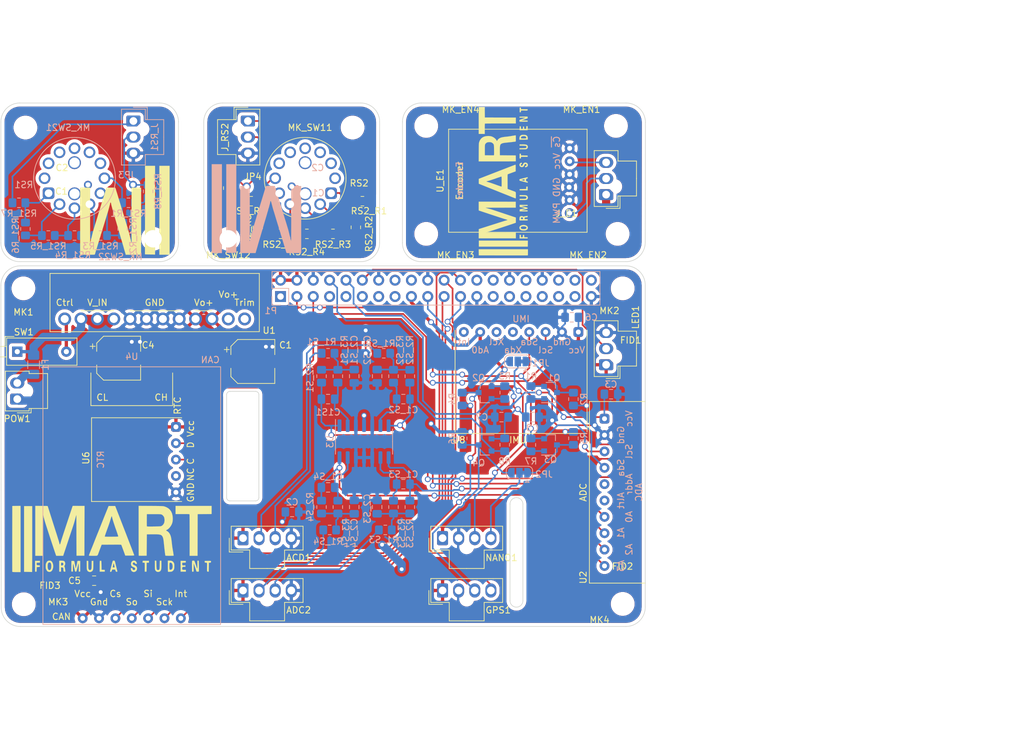
<source format=kicad_pcb>
(kicad_pcb (version 20171130) (host pcbnew "(5.1.10)-1")
  (title_block (date "15 nov 2012"))
  (layers (0 F.Cu signal hide) (31 B.Cu signal) (34 B.Paste user) (35 F.Paste user) (36 B.SilkS user) (37 F.SilkS user) (38 B.Mask user) (39 F.Mask user) (44 Edge.Cuts user))
  (net 0 "")
  (net 1 +3V3)
  (net 2 +5V)
  (net 3 GND)
  (net 4 /ID_SD)
  (net 5 /ID_SC)
  (net 6 /GPIO5)
  (net 7 /GPIO6)
  (net 8 /GPIO26)
  (net 9 "/GPIO2(SDA1)")
  (net 10 "/GPIO3(SCL1)")
  (net 11 "/GPIO4(GCLK)")
  (net 12 "/GPIO14(TXD0)")
  (net 13 "/GPIO15(RXD0)")
  (net 14 "/GPIO17(GEN0)")
  (net 15 "/GPIO27(GEN2)")
  (net 16 "/GPIO22(GEN3)")
  (net 17 "/GPIO23(GEN4)")
  (net 18 "/GPIO24(GEN5)")
  (net 19 "/GPIO25(GEN6)")
  (net 20 "/GPIO18(GEN1)(PWM0)")
  (net 21 "/GPIO10(SPI0_MOSI)")
  (net 22 "/GPIO9(SPI0_MISO)")
  (net 23 "/GPIO11(SPI0_SCK)")
  (net 24 "/GPIO8(SPI0_CE_N)")
  (net 25 "/GPIO7(SPI1_CE_N)")
  (net 26 "/GPIO12(PWM0)")
  (net 27 "/GPIO13(PWM1)")
  (net 28 "/GPIO19(SPI1_MISO)")
  (net 29 /GPIO16)
  (net 30 "/GPIO20(SPI1_MOSI)")
  (net 31 "/GPIO21(SPI1_SCK)")
  (net 32 "Net-(C4-Pad1)")
  (net 33 "Net-(F1-Pad1)")
  (net 34 /RX_HV)
  (net 35 /TX_HV)
  (net 36 /PCBs/E_Vcc)
  (net 37 /PCBs/E_D)
  (net 38 /PCBs/E_Gnd)
  (net 39 /PCBs/RS1_Gnd)
  (net 40 /PCBs/RS1_D)
  (net 41 /PCBs/RS1_Vcc)
  (net 42 /PCBs/RS2_Gnd)
  (net 43 /PCBs/RS2_D)
  (net 44 /PCBs/RS2_Vcc)
  (net 45 /SDA_HV)
  (net 46 /SCL_HV)
  (net 47 "Net-(SW1-Pad2)")
  (net 48 /A3)
  (net 49 "Net-(C1_S4-Pad1)")
  (net 50 "Net-(C1_S3-Pad1)")
  (net 51 /A2)
  (net 52 /A1)
  (net 53 "Net-(C1_S2-Pad1)")
  (net 54 "Net-(C1S1-Pad1)")
  (net 55 /A0)
  (net 56 "Net-(JP3-Pad1)")
  (net 57 "Net-(JP4-Pad1)")
  (net 58 "Net-(RS1-Pad14)")
  (net 59 "Net-(RS1-Pad12)")
  (net 60 "Net-(RS1-Pad1)")
  (net 61 "Net-(RS1-Pad2)")
  (net 62 "Net-(RS1-Pad3)")
  (net 63 "Net-(RS1-Pad4)")
  (net 64 "Net-(RS1-Pad5)")
  (net 65 "Net-(RS1-Pad6)")
  (net 66 "Net-(RS1-Pad7)")
  (net 67 "Net-(RS1-Pad8)")
  (net 68 "Net-(RS1-Pad9)")
  (net 69 "Net-(RS1-Pad11)")
  (net 70 "Net-(RS1-Pad10)")
  (net 71 "Net-(RS2-Pad14)")
  (net 72 "Net-(RS2-Pad12)")
  (net 73 "Net-(RS2-Pad1)")
  (net 74 "Net-(RS2-Pad2)")
  (net 75 "Net-(RS2-Pad3)")
  (net 76 "Net-(RS2-Pad4)")
  (net 77 "Net-(RS2-Pad5)")
  (net 78 "Net-(RS2-Pad6)")
  (net 79 "Net-(RS2-Pad7)")
  (net 80 "Net-(RS2-Pad8)")
  (net 81 "Net-(RS2-Pad9)")
  (net 82 "Net-(RS2-Pad11)")
  (net 83 "Net-(RS2-Pad10)")
  (net 84 "Net-(U2-Pad6)")
  (net 85 "Net-(U2-Pad5)")
  (net 86 "Net-(U6-Pad2)")
  (net 87 "Net-(U8-Pad8)")
  (net 88 "Net-(U8-Pad6)")
  (net 89 "Net-(U8-Pad5)")
  (net 90 "Net-(C2_S1-Pad1)")
  (net 91 "Net-(C2_S2-Pad1)")
  (net 92 "Net-(C2_S3-Pad1)")
  (net 93 "Net-(C2_S4-Pad1)")
  (net 94 "Net-(U1-Pad12)")
  (net 95 "Net-(U1-Pad11)")
  (net 96 "Net-(ACD1-Pad3)")
  (net 97 "Net-(ACD1-Pad2)")
  (net 98 "Net-(ADC2-Pad3)")
  (net 99 "Net-(ADC2-Pad2)")
  (net 100 "Net-(JP1-Pad2)")
  (net 101 "Net-(JP2-Pad2)")
  (net 102 "Net-(P1-Pad9)")
  (net 103 "Net-(P1-Pad1)")
  (module Fiducial:Fiducial_0.5mm_Mask1.5mm (layer F.Cu) (at 168.5 142.38)
    (fp_text reference FID3 (at 4.068 1.27) (layer F.SilkS))
    (fp_text value Fiducial)
    (pad "" smd circle (at 0 0) (size 0.5 0.5) (layers F.Cu F.Mask) (clearance 0.5))
  )
  (module Fiducial:Fiducial_0.5mm_Mask1.5mm (layer F.Cu) (at 261.468 142.38)
    (fp_text reference FID2 (at 0 -1.7145) (layer F.SilkS))
    (fp_text value Fiducial)
    (pad "" smd circle (at 0 0) (size 0.5 0.5) (layers F.Cu F.Mask) (clearance 0.5))
  )
  (module Fiducial:Fiducial_0.5mm_Mask1.5mm (layer F.Cu) (at 261.468 101.74)
    (fp_text reference FID1 (at 1.27 3.81) (layer F.SilkS))
    (fp_text value Fiducial)
    (pad "" smd circle (at 0 0) (size 0.5 0.5) (layers F.Cu F.Mask) (clearance 0.5))
  )
  (module MART:Logo_M_mart_15_15 (layer B.Cu) (at 204.318 85.738)
    (fp_text reference G*** hide)
    (fp_text value LOGO hide)
  )
  (module MART:Logo_M_mart_15_15 (layer F.Cu) (at 184.506 85.992 180)
    (fp_text reference G*** hide)
    (fp_text value LOGO hide)
  )
  (module MART:Logo_MART_26_26 (layer F.Cu) (at 243.434 80.658 90)
    (fp_text reference G*** hide)
    (fp_text value LOGO hide)
  )
  (module MART:Logo_MART_35_35 (layer F.Cu) (at 182.474 137.046)
    (fp_text reference G*** hide)
    (fp_text value LOGO hide)
  )
  (module MART:RTC (layer F.Cu) (at 185.776 124.092 90)
    (fp_text reference U6 (at 0.254 -7.62 90) (layer F.SilkS))
    (fp_text value RTC)
    (fp_text user RTC (at 0 -5.334 90) (layer B.SilkS) (effects (justify mirror)))
    (fp_text user NC (at -2.286 8.636 90) (layer F.SilkS))
    (fp_text user C (at -0.254 8.636 90) (layer F.SilkS))
    (fp_text user D (at 2.286 8.636 90) (layer F.SilkS))
    (fp_text user Vcc (at 4.826 8.636 90) (layer F.SilkS))
    (fp_text user GND (at -5.08 8.636 90) (layer F.SilkS))
    (fp_text user RTC (at 8.382 6.604 90) (layer F.SilkS))
    (pad 1 thru_hole circle (at -5.08 6.35 90) (size 1.524 1.524) (drill 0.762) (layers *.Cu *.Mask) (net 3 GND))
    (pad 2 thru_hole circle (at -2.54 6.35 90) (size 1.524 1.524) (drill 0.762) (layers *.Cu *.Mask) (net 86 "Net-(U6-Pad2)"))
    (pad 5 thru_hole roundrect (at 5.08 6.35 90) (size 1.524 1.524) (drill 0.762) (layers *.Cu *.Mask) (net 2 +5V))
    (pad 4 thru_hole circle (at 2.54 6.35 90) (size 1.524 1.524) (drill 0.762) (layers *.Cu *.Mask) (net 9 "/GPIO2(SDA1)"))
    (pad 3 thru_hole circle (at 0 6.35 90) (size 1.524 1.524) (drill 0.762) (layers *.Cu *.Mask) (net 10 "/GPIO3(SCL1)"))
  )
  (module MART:CAN (layer B.Cu) (at 185.268 129.68 180)
    (fp_text reference U4 (at 0 21.59) (layer B.SilkS) (effects (justify mirror)))
    (fp_text value CAN)
    (fp_text user CL (at 4.572 15.24) (layer F.SilkS))
    (fp_text user CH (at -4.572 15.24) (layer F.SilkS))
    (fp_text user CAN (at 10.922 -18.796) (layer F.SilkS))
    (fp_text user CAN (at -12.192 21.082) (layer B.SilkS) (effects (justify mirror)))
    (fp_text user Int (at -7.62 -15.24) (layer F.SilkS))
    (fp_text user Sck (at -5.08 -16.51) (layer F.SilkS))
    (fp_text user Si (at -2.54 -15.24) (layer F.SilkS))
    (fp_text user So (at 0 -16.51) (layer F.SilkS))
    (fp_text user Cs (at 2.54 -15.24) (layer F.SilkS))
    (fp_text user Gnd (at 5.08 -16.51) (layer F.SilkS))
    (fp_text user Vcc (at 7.62 -15.24) (layer F.SilkS))
    (pad 7 thru_hole circle (at -7.62 -19.05 180) (size 1.524 1.524) (drill 0.762) (layers *.Cu *.Mask) (net 19 "/GPIO25(GEN6)"))
    (pad 6 thru_hole circle (at -5.08 -19.05 180) (size 1.524 1.524) (drill 0.762) (layers *.Cu *.Mask) (net 23 "/GPIO11(SPI0_SCK)"))
    (pad 5 thru_hole circle (at -2.54 -19.05 180) (size 1.524 1.524) (drill 0.762) (layers *.Cu *.Mask) (net 21 "/GPIO10(SPI0_MOSI)"))
    (pad 1 thru_hole circle (at 7.62 -19.05 180) (size 1.524 1.524) (drill 0.762) (layers *.Cu *.Mask) (net 2 +5V))
    (pad 2 thru_hole circle (at 5.08 -19.05 180) (size 1.524 1.524) (drill 0.762) (layers *.Cu *.Mask) (net 3 GND))
    (pad 3 thru_hole circle (at 2.54 -19.05 180) (size 1.524 1.524) (drill 0.762) (layers *.Cu *.Mask) (net 24 "/GPIO8(SPI0_CE_N)"))
    (pad 4 thru_hole circle (at 0 -19.05 180) (size 1.524 1.524) (drill 0.762) (layers *.Cu *.Mask) (net 22 "/GPIO9(SPI0_MISO)"))
  )
  (module Capacitor_SMD:C_0805_2012Metric_Pad1.18x1.45mm_HandSolder (layer B.Cu) (at 247.482 117.488)
    (fp_text reference C8 (at 0 1.68) (layer B.SilkS) (effects (justify mirror)))
    (fp_text value 100n)
    (pad 2 smd roundrect (at 1.0375 0) (size 1.175 1.45) (layers B.Cu B.Paste B.Mask) (roundrect_rratio 0.2127659574468085) (net 3 GND))
    (pad 1 smd roundrect (at -1.0375 0) (size 1.175 1.45) (layers B.Cu B.Paste B.Mask) (roundrect_rratio 0.2127659574468085) (net 1 +3V3))
  )
  (module Capacitor_SMD:C_0805_2012Metric_Pad1.18x1.45mm_HandSolder (layer B.Cu) (at 242.672 117.488 180)
    (fp_text reference C7 (at 3.048 0) (layer B.SilkS) (effects (justify mirror)))
    (fp_text value 100n)
    (pad 2 smd roundrect (at 1.0375 0 180) (size 1.175 1.45) (layers B.Cu B.Paste B.Mask) (roundrect_rratio 0.2127659574468085) (net 3 GND))
    (pad 1 smd roundrect (at -1.0375 0 180) (size 1.175 1.45) (layers B.Cu B.Paste B.Mask) (roundrect_rratio 0.2127659574468085) (net 1 +3V3))
  )
  (module MountingHole:MountingHole_2.7mm_M2.5 (layer B.Cu) (at 188.57 89.802 180)
    (fp_text reference MK_SW22 (at 5.08 -2.794) (layer B.SilkS) (effects (justify mirror)))
    (fp_text value M2.5)
    (pad 1 np_thru_hole circle (at 0 0 180) (size 2.7 2.7) (drill 2.7) (layers *.Cu *.Mask))
  )
  (module MountingHole:MountingHole_2.7mm_M2.5 (layer B.Cu) (at 168.758 72.53 180)
    (fp_text reference MK_SW21 (at -6.604 0) (layer B.SilkS) (effects (justify mirror)))
    (fp_text value M2.5)
    (pad 1 np_thru_hole circle (at 0 0 180) (size 2.7 2.7) (drill 2.7) (layers *.Cu *.Mask))
  )
  (module MountingHole:MountingHole_2.7mm_M2.5 (layer F.Cu) (at 200.254 89.802)
    (fp_text reference MK_SW12 (at 0 2.54) (layer F.SilkS))
    (fp_text value M2.5)
    (pad 1 np_thru_hole circle (at 0 0) (size 2.7 2.7) (drill 2.7) (layers *.Cu *.Mask))
  )
  (module MountingHole:MountingHole_2.7mm_M2.5 (layer F.Cu) (at 219.558 72.53)
    (fp_text reference MK_SW11 (at -6.604 0) (layer F.SilkS))
    (fp_text value M2.5)
    (pad 1 np_thru_hole circle (at 0 0) (size 2.7 2.7) (drill 2.7) (layers *.Cu *.Mask))
  )
  (module MountingHole:MountingHole_2.7mm_M2.5 (layer F.Cu) (at 230.988 72.276)
    (fp_text reference MK_EN4 (at 5.334 -2.54) (layer F.SilkS))
    (fp_text value M2.5)
    (pad 1 np_thru_hole circle (at 0 0) (size 2.7 2.7) (drill 2.7) (layers *.Cu *.Mask))
  )
  (module MountingHole:MountingHole_2.7mm_M2.5 (layer F.Cu) (at 230.988 89.04)
    (fp_text reference MK_EN3 (at 4.572 3.302) (layer F.SilkS))
    (fp_text value M2.5)
    (pad 1 np_thru_hole circle (at 0 0) (size 2.7 2.7) (drill 2.7) (layers *.Cu *.Mask))
  )
  (module MountingHole:MountingHole_2.7mm_M2.5 (layer F.Cu) (at 260.706 89.04)
    (fp_text reference MK_EN2 (at -4.572 3.302) (layer F.SilkS))
    (fp_text value M2.5)
    (pad 1 np_thru_hole circle (at 0 0) (size 2.7 2.7) (drill 2.7) (layers *.Cu *.Mask))
  )
  (module MountingHole:MountingHole_2.7mm_M2.5 (layer F.Cu) (at 260.452 72.276)
    (fp_text reference MK_EN1 (at -5.334 -2.54) (layer F.SilkS))
    (fp_text value M2.5)
    (pad 1 np_thru_hole circle (at 0 0) (size 2.7 2.7) (drill 2.7) (layers *.Cu *.Mask))
  )
  (module Connector_Molex:Molex_Nano-Fit_105309-xx03_1x03_P2.50mm_Vertical (layer B.Cu) (at 185.522 71.514 180)
    (fp_text reference J_RS1 (at -3.302 -2.54 90) (layer B.SilkS) (effects (justify mirror)))
    (fp_text value Conn_01x03_Female)
    (pad "" np_thru_hole circle (at -1.34 -1.25 180) (size 1.3 1.3) (drill 1.3) (layers *.Cu *.Mask))
    (pad 3 thru_hole oval (at 0 -5 180) (size 2.2 1.7) (drill 1.2) (layers *.Cu *.Mask) (net 39 /PCBs/RS1_Gnd))
    (pad 2 thru_hole oval (at 0 -2.5 180) (size 2.2 1.7) (drill 1.2) (layers *.Cu *.Mask) (net 40 /PCBs/RS1_D))
    (pad 1 thru_hole custom (at 0 0 180) (size 1.417157 1.417157) (drill 1.2) (layers *.Cu *.Mask) (net 41 /PCBs/RS1_Vcc) (options (clearance outline) (anchor circle)) (primitives (gr_poly (pts (xy -0.85 0.6) (xy 0.85 0.6) (xy 0.85 -0.6) (xy -0.45 -0.6) (xy -0.85 -0.2)) (width 0.5))))
  )
  (module Connector_Molex:Molex_Nano-Fit_105309-xx03_1x03_P2.50mm_Vertical (layer F.Cu) (at 258.928 82.944 180)
    (fp_text reference J_E1 (at 6.15 -2.92) (layer F.SilkS))
    (fp_text value Conn_01x03_Female)
    (pad "" np_thru_hole circle (at -1.34 1.25 180) (size 1.3 1.3) (drill 1.3) (layers *.Cu *.Mask))
    (pad 3 thru_hole oval (at 0 5 180) (size 2.2 1.7) (drill 1.2) (layers *.Cu *.Mask) (net 36 /PCBs/E_Vcc))
    (pad 2 thru_hole oval (at 0 2.5 180) (size 2.2 1.7) (drill 1.2) (layers *.Cu *.Mask) (net 37 /PCBs/E_D))
    (pad 1 thru_hole custom (at 0 0 180) (size 1.417157 1.417157) (drill 1.2) (layers *.Cu *.Mask) (net 38 /PCBs/E_Gnd) (options (clearance outline) (anchor circle)) (primitives (gr_poly (pts (xy -0.85 -0.6) (xy 0.85 -0.6) (xy 0.85 0.6) (xy -0.45 0.6) (xy -0.85 0.2)) (width 0.5))))
  )
  (module Connector_Molex:Molex_Nano-Fit_105309-xx03_1x03_P2.50mm_Vertical (layer F.Cu) (at 203.302 71.514)
    (fp_text reference J_RS2 (at -3.556 2.54 -90) (layer F.SilkS))
    (fp_text value Conn_01x03_Female)
    (pad "" np_thru_hole circle (at -1.34 1.25) (size 1.3 1.3) (drill 1.3) (layers *.Cu *.Mask))
    (pad 3 thru_hole oval (at 0 5) (size 2.2 1.7) (drill 1.2) (layers *.Cu *.Mask) (net 42 /PCBs/RS2_Gnd))
    (pad 2 thru_hole oval (at 0 2.5) (size 2.2 1.7) (drill 1.2) (layers *.Cu *.Mask) (net 43 /PCBs/RS2_D))
    (pad 1 thru_hole custom (at 0 0) (size 1.417157 1.417157) (drill 1.2) (layers *.Cu *.Mask) (net 44 /PCBs/RS2_Vcc) (options (clearance outline) (anchor circle)) (primitives (gr_poly (pts (xy -0.85 -0.6) (xy 0.85 -0.6) (xy 0.85 0.6) (xy -0.45 0.6) (xy -0.85 0.2)) (width 0.5))))
  )
  (module Connector_Molex:Molex_Nano-Fit_105309-xx02_1x02_P2.50mm_Vertical (layer F.Cu) (at 167.488 114.694 180)
    (fp_text reference POW1 (at 0 -3.048) (layer F.SilkS))
    (fp_text value "Con. Bateria")
    (pad "" np_thru_hole circle (at -1.34 1.25 180) (size 1.3 1.3) (drill 1.3) (layers *.Cu *.Mask))
    (pad 2 thru_hole oval (at 0 2.5 180) (size 2.2 1.7) (drill 1.2) (layers *.Cu *.Mask) (net 33 "Net-(F1-Pad1)"))
    (pad 1 thru_hole custom (at 0 0 180) (size 1.417157 1.417157) (drill 1.2) (layers *.Cu *.Mask) (net 3 GND) (options (clearance outline) (anchor circle)) (primitives (gr_poly (pts (xy -0.85 -0.6) (xy 0.85 -0.6) (xy 0.85 0.6) (xy -0.45 0.6) (xy -0.85 0.2)) (width 0.5))))
  )
  (module MART:CC-CC_PT83-S (layer F.Cu) (at 188.824 102.248)
    (fp_text reference U1 (at 17.78 1.778) (layer F.SilkS))
    (fp_text value CC-CC_P783S)
    (fp_text user Trim (at 13.97 -2.54) (layer F.SilkS))
    (fp_text user Vo+ (at 11.43 -3.81) (layer F.SilkS))
    (fp_text user Vo+ (at 7.62 -2.54) (layer F.SilkS))
    (fp_text user GND (at 0 -2.54) (layer F.SilkS))
    (fp_text user V_IN (at -8.89 -2.54) (layer F.SilkS))
    (fp_text user Ctrl (at -13.97 -2.54) (layer F.SilkS))
    (pad 12 thru_hole circle (at 13.97 0) (size 2 2) (drill 1.25) (layers *.Cu *.Mask) (net 94 "Net-(U1-Pad12)"))
    (pad 11 thru_hole circle (at 11.43 0) (size 2 2) (drill 1.25) (layers *.Cu *.Mask) (net 95 "Net-(U1-Pad11)"))
    (pad 10 thru_hole circle (at 8.89 0) (size 2 2) (drill 1.25) (layers *.Cu *.Mask) (net 2 +5V))
    (pad 9 thru_hole circle (at 6.35 0) (size 2 2) (drill 1.25) (layers *.Cu *.Mask) (net 2 +5V))
    (pad 8 thru_hole circle (at 3.81 0) (size 2 2) (drill 1.25) (layers *.Cu *.Mask) (net 3 GND))
    (pad 7 thru_hole circle (at 1.27 0) (size 2 2) (drill 1.25) (layers *.Cu *.Mask) (net 3 GND))
    (pad 6 thru_hole circle (at -1.27 0) (size 2 2) (drill 1.25) (layers *.Cu *.Mask) (net 3 GND))
    (pad 5 thru_hole circle (at -3.81 0) (size 2 2) (drill 1.25) (layers *.Cu *.Mask) (net 3 GND))
    (pad 1 thru_hole circle (at -13.97 0) (size 2 2) (drill 1.25) (layers *.Cu *.Mask) (net 47 "Net-(SW1-Pad2)"))
    (pad 2 thru_hole circle (at -11.43 0) (size 2 2) (drill 1.25) (layers *.Cu *.Mask) (net 32 "Net-(C4-Pad1)"))
    (pad 3 thru_hole circle (at -8.89 0) (size 2 2) (drill 1.25) (layers *.Cu *.Mask) (net 32 "Net-(C4-Pad1)"))
    (pad 4 thru_hole circle (at -6.35 0) (size 2 2) (drill 1.25) (layers *.Cu *.Mask) (net 32 "Net-(C4-Pad1)"))
  )
  (module MART:ADC (layer F.Cu) (at 265.024 129.172 270)
    (fp_text reference U2 (at 13.208 9.652 90) (layer F.SilkS))
    (fp_text value ADC)
    (fp_text user ADC (at 0 1.016 90) (layer B.SilkS) (effects (justify mirror)))
    (fp_text user A3 (at 11.43 3.81 90) (layer B.SilkS) (effects (justify mirror)))
    (fp_text user A2 (at 8.89 2.54 90) (layer B.SilkS) (effects (justify mirror)))
    (fp_text user A1 (at 6.35 3.81 90) (layer B.SilkS) (effects (justify mirror)))
    (fp_text user A0 (at 3.81 2.54 90) (layer B.SilkS) (effects (justify mirror)))
    (fp_text user Alrt (at 1.27 3.81 90) (layer B.SilkS) (effects (justify mirror)))
    (fp_text user Addr (at -1.27 2.54 90) (layer B.SilkS) (effects (justify mirror)))
    (fp_text user Sda (at -3.81 3.81 90) (layer B.SilkS) (effects (justify mirror)))
    (fp_text user Scl (at -6.35 2.54 90) (layer B.SilkS) (effects (justify mirror)))
    (fp_text user Gnd (at -8.89 3.81 90) (layer B.SilkS) (effects (justify mirror)))
    (fp_text user Vcc (at -11.43 2.54 90) (layer B.SilkS) (effects (justify mirror)))
    (fp_text user ADC (at 0 9.652 90) (layer F.SilkS))
    (pad 10 thru_hole circle (at 11.43 6.35 270) (size 1.524 1.524) (drill 0.762) (layers *.Cu *.Mask) (net 48 /A3))
    (pad 9 thru_hole circle (at 8.89 6.35 270) (size 1.524 1.524) (drill 0.762) (layers *.Cu *.Mask) (net 51 /A2))
    (pad 8 thru_hole circle (at 6.35 6.35 270) (size 1.524 1.524) (drill 0.762) (layers *.Cu *.Mask) (net 52 /A1))
    (pad 7 thru_hole circle (at 3.81 6.35 270) (size 1.524 1.524) (drill 0.762) (layers *.Cu *.Mask) (net 55 /A0))
    (pad 6 thru_hole circle (at 1.27 6.35 270) (size 1.524 1.524) (drill 0.762) (layers *.Cu *.Mask) (net 84 "Net-(U2-Pad6)"))
    (pad 1 thru_hole roundrect (at -11.43 6.35 270) (size 1.524 1.524) (drill 0.762) (layers *.Cu *.Mask) (net 1 +3V3))
    (pad 2 thru_hole circle (at -8.89 6.35 270) (size 1.524 1.524) (drill 0.762) (layers *.Cu *.Mask) (net 3 GND))
    (pad 3 thru_hole circle (at -6.35 6.35 270) (size 1.524 1.524) (drill 0.762) (layers *.Cu *.Mask) (net 10 "/GPIO3(SCL1)"))
    (pad 4 thru_hole circle (at -3.81 6.35 270) (size 1.524 1.524) (drill 0.762) (layers *.Cu *.Mask) (net 9 "/GPIO2(SDA1)"))
    (pad 5 thru_hole circle (at -1.27 6.35 270) (size 1.524 1.524) (drill 0.762) (layers *.Cu *.Mask) (net 85 "Net-(U2-Pad5)"))
  )
  (module Connector_Molex:Molex_Nano-Fit_105309-xx03_1x03_P2.50mm_Vertical (layer F.Cu) (at 258.928 109.36 180)
    (fp_text reference LED1 (at -4.572 7.366 270) (layer F.SilkS))
    (fp_text value Vumetro)
    (pad "" np_thru_hole circle (at -1.34 1.25 180) (size 1.3 1.3) (drill 1.3) (layers *.Cu *.Mask))
    (pad 3 thru_hole oval (at 0 5 180) (size 2.2 1.7) (drill 1.2) (layers *.Cu *.Mask) (net 3 GND))
    (pad 2 thru_hole oval (at 0 2.5 180) (size 2.2 1.7) (drill 1.2) (layers *.Cu *.Mask) (net 20 "/GPIO18(GEN1)(PWM0)"))
    (pad 1 thru_hole custom (at 0 0 180) (size 1.417157 1.417157) (drill 1.2) (layers *.Cu *.Mask) (net 2 +5V) (options (clearance outline) (anchor circle)) (primitives (gr_poly (pts (xy -0.85 -0.6) (xy 0.85 -0.6) (xy 0.85 0.6) (xy -0.45 0.6) (xy -0.85 0.2)) (width 0.5))))
  )
  (module Connector_Molex:Molex_Nano-Fit_105309-xx04_1x04_P2.50mm_Vertical (layer F.Cu) (at 233.528 136.284 90)
    (fp_text reference NANO1 (at -3.048 9.144 180) (layer F.SilkS))
    (fp_text value "Nano (I2c-UART)")
    (pad "" np_thru_hole circle (at -1.34 3.75 90) (size 1.3 1.3) (drill 1.3) (layers *.Cu *.Mask))
    (pad 4 thru_hole oval (at 0 7.5 90) (size 2.2 1.7) (drill 1.2) (layers *.Cu *.Mask) (net 101 "Net-(JP2-Pad2)"))
    (pad 3 thru_hole oval (at 0 5 90) (size 2.2 1.7) (drill 1.2) (layers *.Cu *.Mask) (net 100 "Net-(JP1-Pad2)"))
    (pad 2 thru_hole oval (at 0 2.5 90) (size 2.2 1.7) (drill 1.2) (layers *.Cu *.Mask) (net 3 GND))
    (pad 1 thru_hole roundrect (at 0 0 90) (size 2.2 1.7) (drill 1.2) (layers *.Cu *.Mask) (roundrect_rratio 0.1470588235294118) (net 2 +5V))
  )
  (module Connector_Molex:Molex_Nano-Fit_105309-xx04_1x04_P2.50mm_Vertical (layer F.Cu) (at 233.528 144.412 90)
    (fp_text reference GPS1 (at -3.048 8.636 180) (layer F.SilkS))
    (fp_text value GPS)
    (pad "" np_thru_hole circle (at -1.34 3.75 90) (size 1.3 1.3) (drill 1.3) (layers *.Cu *.Mask))
    (pad 4 thru_hole oval (at 0 7.5 90) (size 2.2 1.7) (drill 1.2) (layers *.Cu *.Mask) (net 34 /RX_HV))
    (pad 3 thru_hole oval (at 0 5 90) (size 2.2 1.7) (drill 1.2) (layers *.Cu *.Mask) (net 35 /TX_HV))
    (pad 2 thru_hole oval (at 0 2.5 90) (size 2.2 1.7) (drill 1.2) (layers *.Cu *.Mask) (net 3 GND))
    (pad 1 thru_hole roundrect (at 0 0 90) (size 2.2 1.7) (drill 1.2) (layers *.Cu *.Mask) (roundrect_rratio 0.1470588235294118) (net 2 +5V))
  )
  (module Connector_Molex:Molex_Nano-Fit_105309-xx04_1x04_P2.50mm_Vertical (layer F.Cu) (at 202.54 136.284 90)
    (fp_text reference ACD1 (at -3.048 8.636 180) (layer F.SilkS))
    (fp_text value Conn_01x04_Female)
    (pad "" np_thru_hole circle (at -1.34 3.75 90) (size 1.3 1.3) (drill 1.3) (layers *.Cu *.Mask))
    (pad 4 thru_hole oval (at 0 7.5 90) (size 2.2 1.7) (drill 1.2) (layers *.Cu *.Mask) (net 3 GND))
    (pad 3 thru_hole oval (at 0 5 90) (size 2.2 1.7) (drill 1.2) (layers *.Cu *.Mask) (net 96 "Net-(ACD1-Pad3)"))
    (pad 2 thru_hole oval (at 0 2.5 90) (size 2.2 1.7) (drill 1.2) (layers *.Cu *.Mask) (net 97 "Net-(ACD1-Pad2)"))
    (pad 1 thru_hole roundrect (at 0 0 90) (size 2.2 1.7) (drill 1.2) (layers *.Cu *.Mask) (roundrect_rratio 0.1470588235294118) (net 2 +5V))
  )
  (module Connector_Molex:Molex_Nano-Fit_105309-xx04_1x04_P2.50mm_Vertical (layer F.Cu) (at 202.54 144.412 90)
    (fp_text reference ADC2 (at -3.048 8.636 180) (layer F.SilkS))
    (fp_text value Conn_01x04_Female)
    (pad "" np_thru_hole circle (at -1.34 3.75 90) (size 1.3 1.3) (drill 1.3) (layers *.Cu *.Mask))
    (pad 4 thru_hole oval (at 0 7.5 90) (size 2.2 1.7) (drill 1.2) (layers *.Cu *.Mask) (net 3 GND))
    (pad 3 thru_hole oval (at 0 5 90) (size 2.2 1.7) (drill 1.2) (layers *.Cu *.Mask) (net 98 "Net-(ADC2-Pad3)"))
    (pad 2 thru_hole oval (at 0 2.5 90) (size 2.2 1.7) (drill 1.2) (layers *.Cu *.Mask) (net 99 "Net-(ADC2-Pad2)"))
    (pad 1 thru_hole roundrect (at 0 0 90) (size 2.2 1.7) (drill 1.2) (layers *.Cu *.Mask) (roundrect_rratio 0.1470588235294118) (net 2 +5V))
  )
  (module Resistor_SMD:R_0805_2012Metric_Pad1.20x1.40mm_HandSolder (layer F.Cu) (at 200.254 81.928 90)
    (fp_text reference RS2_R8 (at 0 -1.65 90) (layer F.SilkS))
    (fp_text value 220k)
    (pad 2 smd roundrect (at 1 0 90) (size 1.2 1.4) (layers F.Cu F.Paste F.Mask) (roundrect_rratio 0.2083325) (net 43 /PCBs/RS2_D))
    (pad 1 smd roundrect (at -1 0 90) (size 1.2 1.4) (layers F.Cu F.Paste F.Mask) (roundrect_rratio 0.2083325) (net 42 /PCBs/RS2_Gnd))
  )
  (module Resistor_SMD:R_0805_2012Metric_Pad1.20x1.40mm_HandSolder (layer F.Cu) (at 203.81 83.96 180)
    (fp_text reference RS2_R7 (at 0.508 -1.524) (layer F.SilkS))
    (fp_text value 2.2k)
    (pad 2 smd roundrect (at 1 0 180) (size 1.2 1.4) (layers F.Cu F.Paste F.Mask) (roundrect_rratio 0.2083325) (net 42 /PCBs/RS2_Gnd))
    (pad 1 smd roundrect (at -1 0 180) (size 1.2 1.4) (layers F.Cu F.Paste F.Mask) (roundrect_rratio 0.2083325) (net 78 "Net-(RS2-Pad6)"))
  )
  (module Resistor_SMD:R_0805_2012Metric_Pad1.20x1.40mm_HandSolder (layer F.Cu) (at 204.826 88.024 90)
    (fp_text reference RS2_R6 (at -0.762 -1.524 90) (layer F.SilkS))
    (fp_text value 2.2k)
    (pad 2 smd roundrect (at 1 0 90) (size 1.2 1.4) (layers F.Cu F.Paste F.Mask) (roundrect_rratio 0.2083325) (net 78 "Net-(RS2-Pad6)"))
    (pad 1 smd roundrect (at -1 0 90) (size 1.2 1.4) (layers F.Cu F.Paste F.Mask) (roundrect_rratio 0.2083325) (net 77 "Net-(RS2-Pad5)"))
  )
  (module Resistor_SMD:R_0805_2012Metric_Pad1.20x1.40mm_HandSolder (layer F.Cu) (at 208.382 89.04 180)
    (fp_text reference RS2_R5 (at 0 -1.65) (layer F.SilkS))
    (fp_text value 2.2k)
    (pad 2 smd roundrect (at 1 0 180) (size 1.2 1.4) (layers F.Cu F.Paste F.Mask) (roundrect_rratio 0.2083325) (net 77 "Net-(RS2-Pad5)"))
    (pad 1 smd roundrect (at -1 0 180) (size 1.2 1.4) (layers F.Cu F.Paste F.Mask) (roundrect_rratio 0.2083325) (net 76 "Net-(RS2-Pad4)"))
  )
  (module Resistor_SMD:R_0805_2012Metric_Pad1.20x1.40mm_HandSolder (layer F.Cu) (at 212.462 89.04 180)
    (fp_text reference RS2_R4 (at 0.016 -2.794) (layer F.SilkS))
    (fp_text value 2.2k)
    (pad 2 smd roundrect (at 1 0 180) (size 1.2 1.4) (layers F.Cu F.Paste F.Mask) (roundrect_rratio 0.2083325) (net 76 "Net-(RS2-Pad4)"))
    (pad 1 smd roundrect (at -1 0 180) (size 1.2 1.4) (layers F.Cu F.Paste F.Mask) (roundrect_rratio 0.2083325) (net 75 "Net-(RS2-Pad3)"))
  )
  (module Resistor_SMD:R_0805_2012Metric_Pad1.20x1.40mm_HandSolder (layer F.Cu) (at 216.51 89.04 180)
    (fp_text reference RS2_R3 (at 0 -1.65) (layer F.SilkS))
    (fp_text value 2.2k)
    (pad 2 smd roundrect (at 1 0 180) (size 1.2 1.4) (layers F.Cu F.Paste F.Mask) (roundrect_rratio 0.2083325) (net 75 "Net-(RS2-Pad3)"))
    (pad 1 smd roundrect (at -1 0 180) (size 1.2 1.4) (layers F.Cu F.Paste F.Mask) (roundrect_rratio 0.2083325) (net 74 "Net-(RS2-Pad2)"))
  )
  (module Resistor_SMD:R_0805_2012Metric_Pad1.20x1.40mm_HandSolder (layer F.Cu) (at 220.066 88.024 270)
    (fp_text reference RS2_R2 (at 1.016 -2.032 90) (layer F.SilkS))
    (fp_text value 2.2k)
    (pad 2 smd roundrect (at 1 0 270) (size 1.2 1.4) (layers F.Cu F.Paste F.Mask) (roundrect_rratio 0.2083325) (net 74 "Net-(RS2-Pad2)"))
    (pad 1 smd roundrect (at -1 0 270) (size 1.2 1.4) (layers F.Cu F.Paste F.Mask) (roundrect_rratio 0.2083325) (net 73 "Net-(RS2-Pad1)"))
  )
  (module Resistor_SMD:R_0805_2012Metric_Pad1.20x1.40mm_HandSolder (layer F.Cu) (at 221.082 83.96 180)
    (fp_text reference RS2_R1 (at -1.016 -1.524) (layer F.SilkS))
    (fp_text value 2.2k)
    (pad 2 smd roundrect (at 1 0 180) (size 1.2 1.4) (layers F.Cu F.Paste F.Mask) (roundrect_rratio 0.2083325) (net 73 "Net-(RS2-Pad1)"))
    (pad 1 smd roundrect (at -1 0 180) (size 1.2 1.4) (layers F.Cu F.Paste F.Mask) (roundrect_rratio 0.2083325) (net 44 /PCBs/RS2_Vcc))
  )
  (module Resistor_SMD:R_0805_2012Metric_Pad1.20x1.40mm_HandSolder (layer B.Cu) (at 187.808 82.436 90)
    (fp_text reference RS1_R8 (at 0 1.524 270) (layer B.SilkS) (effects (justify mirror)))
    (fp_text value 220k)
    (pad 2 smd roundrect (at 1 0 90) (size 1.2 1.4) (layers B.Cu B.Paste B.Mask) (roundrect_rratio 0.2083325) (net 40 /PCBs/RS1_D))
    (pad 1 smd roundrect (at -1 0 90) (size 1.2 1.4) (layers B.Cu B.Paste B.Mask) (roundrect_rratio 0.2083325) (net 39 /PCBs/RS1_Gnd))
  )
  (module Resistor_SMD:R_0805_2012Metric_Pad1.20x1.40mm_HandSolder (layer B.Cu) (at 167.742 84.214)
    (fp_text reference RS1_R7 (at 0 1.65) (layer B.SilkS) (effects (justify mirror)))
    (fp_text value 2.2k)
    (pad 2 smd roundrect (at 1 0) (size 1.2 1.4) (layers B.Cu B.Paste B.Mask) (roundrect_rratio 0.2083325) (net 60 "Net-(RS1-Pad1)"))
    (pad 1 smd roundrect (at -1 0) (size 1.2 1.4) (layers B.Cu B.Paste B.Mask) (roundrect_rratio 0.2083325) (net 41 /PCBs/RS1_Vcc))
  )
  (module Resistor_SMD:R_0805_2012Metric_Pad1.20x1.40mm_HandSolder (layer B.Cu) (at 168.758 88.278 270)
    (fp_text reference RS1_R6 (at 1.016 1.524 270) (layer B.SilkS) (effects (justify mirror)))
    (fp_text value 2.2k)
    (pad 2 smd roundrect (at 1 0 270) (size 1.2 1.4) (layers B.Cu B.Paste B.Mask) (roundrect_rratio 0.2083325) (net 61 "Net-(RS1-Pad2)"))
    (pad 1 smd roundrect (at -1 0 270) (size 1.2 1.4) (layers B.Cu B.Paste B.Mask) (roundrect_rratio 0.2083325) (net 60 "Net-(RS1-Pad1)"))
  )
  (module Resistor_SMD:R_0805_2012Metric_Pad1.20x1.40mm_HandSolder (layer B.Cu) (at 172.314 89.294)
    (fp_text reference RS1_R5 (at 0 1.65) (layer B.SilkS) (effects (justify mirror)))
    (fp_text value 2.2k)
    (pad 2 smd roundrect (at 1 0) (size 1.2 1.4) (layers B.Cu B.Paste B.Mask) (roundrect_rratio 0.2083325) (net 62 "Net-(RS1-Pad3)"))
    (pad 1 smd roundrect (at -1 0) (size 1.2 1.4) (layers B.Cu B.Paste B.Mask) (roundrect_rratio 0.2083325) (net 61 "Net-(RS1-Pad2)"))
  )
  (module Resistor_SMD:R_0805_2012Metric_Pad1.20x1.40mm_HandSolder (layer B.Cu) (at 176.378 89.294)
    (fp_text reference RS1_R4 (at -0.254 3.048) (layer B.SilkS) (effects (justify mirror)))
    (fp_text value 2.2k)
    (pad 2 smd roundrect (at 1 0) (size 1.2 1.4) (layers B.Cu B.Paste B.Mask) (roundrect_rratio 0.2083325) (net 63 "Net-(RS1-Pad4)"))
    (pad 1 smd roundrect (at -1 0) (size 1.2 1.4) (layers B.Cu B.Paste B.Mask) (roundrect_rratio 0.2083325) (net 62 "Net-(RS1-Pad3)"))
  )
  (module Resistor_SMD:R_0805_2012Metric_Pad1.20x1.40mm_HandSolder (layer B.Cu) (at 180.426 89.294)
    (fp_text reference RS1_R3 (at 0 1.65) (layer B.SilkS) (effects (justify mirror)))
    (fp_text value 2.2k)
    (pad 2 smd roundrect (at 1 0) (size 1.2 1.4) (layers B.Cu B.Paste B.Mask) (roundrect_rratio 0.2083325) (net 64 "Net-(RS1-Pad5)"))
    (pad 1 smd roundrect (at -1 0) (size 1.2 1.4) (layers B.Cu B.Paste B.Mask) (roundrect_rratio 0.2083325) (net 63 "Net-(RS1-Pad4)"))
  )
  (module Resistor_SMD:R_0805_2012Metric_Pad1.20x1.40mm_HandSolder (layer B.Cu) (at 183.8456 88.278 90)
    (fp_text reference RS1_R2 (at -1.016 1.65 270) (layer B.SilkS) (effects (justify mirror)))
    (fp_text value 2.2k)
    (pad 2 smd roundrect (at 1 0 90) (size 1.2 1.4) (layers B.Cu B.Paste B.Mask) (roundrect_rratio 0.2083325) (net 65 "Net-(RS1-Pad6)"))
    (pad 1 smd roundrect (at -1 0 90) (size 1.2 1.4) (layers B.Cu B.Paste B.Mask) (roundrect_rratio 0.2083325) (net 64 "Net-(RS1-Pad5)"))
  )
  (module Resistor_SMD:R_0805_2012Metric_Pad1.20x1.40mm_HandSolder (layer B.Cu) (at 184.76 84.214)
    (fp_text reference RS1_R1 (at 0 1.65) (layer B.SilkS) (effects (justify mirror)))
    (fp_text value 2.2k)
    (pad 2 smd roundrect (at 1 0) (size 1.2 1.4) (layers B.Cu B.Paste B.Mask) (roundrect_rratio 0.2083325) (net 39 /PCBs/RS1_Gnd))
    (pad 1 smd roundrect (at -1 0) (size 1.2 1.4) (layers B.Cu B.Paste B.Mask) (roundrect_rratio 0.2083325) (net 65 "Net-(RS1-Pad6)"))
  )
  (module Resistor_SMD:R_0805_2012Metric_Pad1.20x1.40mm_HandSolder (layer B.Cu) (at 217.272 131.458 90)
    (fp_text reference R3_S4 (at -4.064 1.27 -90) (layer B.SilkS) (effects (justify mirror)))
    (fp_text value R3)
    (pad 2 smd roundrect (at 1 0 90) (size 1.2 1.4) (layers B.Cu B.Paste B.Mask) (roundrect_rratio 0.2083325) (net 49 "Net-(C1_S4-Pad1)"))
    (pad 1 smd roundrect (at -1 0 90) (size 1.2 1.4) (layers B.Cu B.Paste B.Mask) (roundrect_rratio 0.2083325) (net 93 "Net-(C2_S4-Pad1)"))
  )
  (module Resistor_SMD:R_0805_2012Metric_Pad1.20x1.40mm_HandSolder (layer B.Cu) (at 225.908 131.458 90)
    (fp_text reference R3_S3 (at -4.064 1.27 -90) (layer B.SilkS) (effects (justify mirror)))
    (fp_text value R3)
    (pad 2 smd roundrect (at 1 0 90) (size 1.2 1.4) (layers B.Cu B.Paste B.Mask) (roundrect_rratio 0.2083325) (net 50 "Net-(C1_S3-Pad1)"))
    (pad 1 smd roundrect (at -1 0 90) (size 1.2 1.4) (layers B.Cu B.Paste B.Mask) (roundrect_rratio 0.2083325) (net 92 "Net-(C2_S3-Pad1)"))
  )
  (module Resistor_SMD:R_0805_2012Metric_Pad1.20x1.40mm_HandSolder (layer B.Cu) (at 225.908 111.138 270)
    (fp_text reference R3_S2 (at -4.064 -1.016 270) (layer B.SilkS) (effects (justify mirror)))
    (fp_text value R3)
    (pad 2 smd roundrect (at 1 0 270) (size 1.2 1.4) (layers B.Cu B.Paste B.Mask) (roundrect_rratio 0.2083325) (net 53 "Net-(C1_S2-Pad1)"))
    (pad 1 smd roundrect (at -1 0 270) (size 1.2 1.4) (layers B.Cu B.Paste B.Mask) (roundrect_rratio 0.2083325) (net 91 "Net-(C2_S2-Pad1)"))
  )
  (module Resistor_SMD:R_0805_2012Metric_Pad1.20x1.40mm_HandSolder (layer B.Cu) (at 217.272 111.138 270)
    (fp_text reference R3_S1 (at -4.064 -1.016 270) (layer B.SilkS) (effects (justify mirror)))
    (fp_text value 5.1k)
    (pad 2 smd roundrect (at 1 0 270) (size 1.2 1.4) (layers B.Cu B.Paste B.Mask) (roundrect_rratio 0.2083325) (net 54 "Net-(C1S1-Pad1)"))
    (pad 1 smd roundrect (at -1 0 270) (size 1.2 1.4) (layers B.Cu B.Paste B.Mask) (roundrect_rratio 0.2083325) (net 90 "Net-(C2_S1-Pad1)"))
  )
  (module Resistor_SMD:R_0805_2012Metric_Pad1.20x1.40mm_HandSolder (layer B.Cu) (at 214.732 131.458 90)
    (fp_text reference R2_S4 (at 0 -1.778 -90) (layer B.SilkS) (effects (justify mirror)))
    (fp_text value R2)
    (pad 2 smd roundrect (at 1 0 90) (size 1.2 1.4) (layers B.Cu B.Paste B.Mask) (roundrect_rratio 0.2083325) (net 48 /A3))
    (pad 1 smd roundrect (at -1 0 90) (size 1.2 1.4) (layers B.Cu B.Paste B.Mask) (roundrect_rratio 0.2083325) (net 93 "Net-(C2_S4-Pad1)"))
  )
  (module Resistor_SMD:R_0805_2012Metric_Pad1.20x1.40mm_HandSolder (layer B.Cu) (at 228.448 131.458 90)
    (fp_text reference R2_S3 (at -4.064 0 -90) (layer B.SilkS) (effects (justify mirror)))
    (fp_text value R2)
    (pad 2 smd roundrect (at 1 0 90) (size 1.2 1.4) (layers B.Cu B.Paste B.Mask) (roundrect_rratio 0.2083325) (net 51 /A2))
    (pad 1 smd roundrect (at -1 0 90) (size 1.2 1.4) (layers B.Cu B.Paste B.Mask) (roundrect_rratio 0.2083325) (net 92 "Net-(C2_S3-Pad1)"))
  )
  (module Resistor_SMD:R_0805_2012Metric_Pad1.20x1.40mm_HandSolder (layer B.Cu) (at 228.448 111.138 270)
    (fp_text reference R2_S2 (at -4.064 0 270) (layer B.SilkS) (effects (justify mirror)))
    (fp_text value R2)
    (pad 2 smd roundrect (at 1 0 270) (size 1.2 1.4) (layers B.Cu B.Paste B.Mask) (roundrect_rratio 0.2083325) (net 52 /A1))
    (pad 1 smd roundrect (at -1 0 270) (size 1.2 1.4) (layers B.Cu B.Paste B.Mask) (roundrect_rratio 0.2083325) (net 91 "Net-(C2_S2-Pad1)"))
  )
  (module Resistor_SMD:R_0805_2012Metric_Pad1.20x1.40mm_HandSolder (layer B.Cu) (at 214.732 111.138 270)
    (fp_text reference R2_S1 (at 0.254 1.778 270) (layer B.SilkS) (effects (justify mirror)))
    (fp_text value 3.3k)
    (pad 2 smd roundrect (at 1 0 270) (size 1.2 1.4) (layers B.Cu B.Paste B.Mask) (roundrect_rratio 0.2083325) (net 55 /A0))
    (pad 1 smd roundrect (at -1 0 270) (size 1.2 1.4) (layers B.Cu B.Paste B.Mask) (roundrect_rratio 0.2083325) (net 90 "Net-(C2_S1-Pad1)"))
  )
  (module Resistor_SMD:R_0805_2012Metric_Pad1.20x1.40mm_HandSolder (layer B.Cu) (at 216.002 135.014)
    (fp_text reference R1_S4 (at -0.254 1.778 180) (layer B.SilkS) (effects (justify mirror)))
    (fp_text value R1)
    (pad 2 smd roundrect (at 1 0) (size 1.2 1.4) (layers B.Cu B.Paste B.Mask) (roundrect_rratio 0.2083325) (net 93 "Net-(C2_S4-Pad1)"))
    (pad 1 smd roundrect (at -1 0) (size 1.2 1.4) (layers B.Cu B.Paste B.Mask) (roundrect_rratio 0.2083325) (net 99 "Net-(ADC2-Pad2)"))
  )
  (module Resistor_SMD:R_0805_2012Metric_Pad1.20x1.40mm_HandSolder (layer B.Cu) (at 224.638 135.014)
    (fp_text reference R1_S3 (at -0.254 1.524 180) (layer B.SilkS) (effects (justify mirror)))
    (fp_text value R1)
    (pad 2 smd roundrect (at 1 0) (size 1.2 1.4) (layers B.Cu B.Paste B.Mask) (roundrect_rratio 0.2083325) (net 92 "Net-(C2_S3-Pad1)"))
    (pad 1 smd roundrect (at -1 0) (size 1.2 1.4) (layers B.Cu B.Paste B.Mask) (roundrect_rratio 0.2083325) (net 98 "Net-(ADC2-Pad3)"))
  )
  (module Resistor_SMD:R_0805_2012Metric_Pad1.20x1.40mm_HandSolder (layer B.Cu) (at 224.4 107.582)
    (fp_text reference R1_S2 (at -0.508 -1.524 180) (layer B.SilkS) (effects (justify mirror)))
    (fp_text value R1)
    (pad 2 smd roundrect (at 1 0) (size 1.2 1.4) (layers B.Cu B.Paste B.Mask) (roundrect_rratio 0.2083325) (net 91 "Net-(C2_S2-Pad1)"))
    (pad 1 smd roundrect (at -1 0) (size 1.2 1.4) (layers B.Cu B.Paste B.Mask) (roundrect_rratio 0.2083325) (net 97 "Net-(ACD1-Pad2)"))
  )
  (module Resistor_SMD:R_0805_2012Metric_Pad1.20x1.40mm_HandSolder (layer B.Cu) (at 215.748 107.582)
    (fp_text reference R1_S1 (at -1.016 -1.778 180) (layer B.SilkS) (effects (justify mirror)))
    (fp_text value 5.1k)
    (pad 2 smd roundrect (at 1 0) (size 1.2 1.4) (layers B.Cu B.Paste B.Mask) (roundrect_rratio 0.2083325) (net 90 "Net-(C2_S1-Pad1)"))
    (pad 1 smd roundrect (at -1 0) (size 1.2 1.4) (layers B.Cu B.Paste B.Mask) (roundrect_rratio 0.2083325) (net 96 "Net-(ACD1-Pad3)"))
  )
  (module Resistor_SMD:R_0805_2012Metric_Pad1.20x1.40mm_HandSolder (layer B.Cu) (at 243.18 121.79 270)
    (fp_text reference R8 (at 2.556 0 180) (layer B.SilkS) (effects (justify mirror)))
    (fp_text value 10k)
    (pad 2 smd roundrect (at 1 0 270) (size 1.2 1.4) (layers B.Cu B.Paste B.Mask) (roundrect_rratio 0.2083325) (net 12 "/GPIO14(TXD0)"))
    (pad 1 smd roundrect (at -1 0 270) (size 1.2 1.4) (layers B.Cu B.Paste B.Mask) (roundrect_rratio 0.2083325) (net 1 +3V3))
  )
  (module Resistor_SMD:R_0805_2012Metric_Pad1.20x1.40mm_HandSolder (layer B.Cu) (at 247.244 121.806 90)
    (fp_text reference R7 (at -2.54 0 -180) (layer B.SilkS) (effects (justify mirror)))
    (fp_text value 10k)
    (pad 2 smd roundrect (at 1 0 90) (size 1.2 1.4) (layers B.Cu B.Paste B.Mask) (roundrect_rratio 0.2083325) (net 10 "/GPIO3(SCL1)"))
    (pad 1 smd roundrect (at -1 0 90) (size 1.2 1.4) (layers B.Cu B.Paste B.Mask) (roundrect_rratio 0.2083325) (net 1 +3V3))
  )
  (module Resistor_SMD:R_0805_2012Metric_Pad1.20x1.40mm_HandSolder (layer B.Cu) (at 236.576 120.79 90)
    (fp_text reference R6 (at 0 -1.524 -90) (layer B.SilkS) (effects (justify mirror)))
    (fp_text value 10k)
    (pad 2 smd roundrect (at 1 0 90) (size 1.2 1.4) (layers B.Cu B.Paste B.Mask) (roundrect_rratio 0.2083325) (net 2 +5V))
    (pad 1 smd roundrect (at -1 0 90) (size 1.2 1.4) (layers B.Cu B.Paste B.Mask) (roundrect_rratio 0.2083325) (net 35 /TX_HV))
  )
  (module Resistor_SMD:R_0805_2012Metric_Pad1.20x1.40mm_HandSolder (layer B.Cu) (at 253.848 120.79 90)
    (fp_text reference R5 (at 0 1.65 -90) (layer B.SilkS) (effects (justify mirror)))
    (fp_text value 10k)
    (pad 2 smd roundrect (at 1 0 90) (size 1.2 1.4) (layers B.Cu B.Paste B.Mask) (roundrect_rratio 0.2083325) (net 2 +5V))
    (pad 1 smd roundrect (at -1 0 90) (size 1.2 1.4) (layers B.Cu B.Paste B.Mask) (roundrect_rratio 0.2083325) (net 46 /SCL_HV))
  )
  (module Resistor_SMD:R_0805_2012Metric_Pad1.20x1.40mm_HandSolder (layer B.Cu) (at 236.576 114.694 90)
    (fp_text reference R4 (at 0 -1.524 -90) (layer B.SilkS) (effects (justify mirror)))
    (fp_text value 10k)
    (pad 2 smd roundrect (at 1 0 90) (size 1.2 1.4) (layers B.Cu B.Paste B.Mask) (roundrect_rratio 0.2083325) (net 34 /RX_HV))
    (pad 1 smd roundrect (at -1 0 90) (size 1.2 1.4) (layers B.Cu B.Paste B.Mask) (roundrect_rratio 0.2083325) (net 2 +5V))
  )
  (module Resistor_SMD:R_0805_2012Metric_Pad1.20x1.40mm_HandSolder (layer B.Cu) (at 243.18 113.678 270)
    (fp_text reference R3 (at -2.54 0 180) (layer B.SilkS) (effects (justify mirror)))
    (fp_text value 10k)
    (pad 2 smd roundrect (at 1 0 270) (size 1.2 1.4) (layers B.Cu B.Paste B.Mask) (roundrect_rratio 0.2083325) (net 13 "/GPIO15(RXD0)"))
    (pad 1 smd roundrect (at -1 0 270) (size 1.2 1.4) (layers B.Cu B.Paste B.Mask) (roundrect_rratio 0.2083325) (net 1 +3V3))
  )
  (module Resistor_SMD:R_0805_2012Metric_Pad1.20x1.40mm_HandSolder (layer B.Cu) (at 253.848 114.694 90)
    (fp_text reference R2 (at 0 1.65 -90) (layer B.SilkS) (effects (justify mirror)))
    (fp_text value 10k)
    (pad 2 smd roundrect (at 1 0 90) (size 1.2 1.4) (layers B.Cu B.Paste B.Mask) (roundrect_rratio 0.2083325) (net 45 /SDA_HV))
    (pad 1 smd roundrect (at -1 0 90) (size 1.2 1.4) (layers B.Cu B.Paste B.Mask) (roundrect_rratio 0.2083325) (net 2 +5V))
  )
  (module Resistor_SMD:R_0805_2012Metric_Pad1.20x1.40mm_HandSolder (layer B.Cu) (at 247.244 113.678 90)
    (fp_text reference R1 (at 2.54 0 -180) (layer B.SilkS) (effects (justify mirror)))
    (fp_text value 10k)
    (pad 2 smd roundrect (at 1 0 90) (size 1.2 1.4) (layers B.Cu B.Paste B.Mask) (roundrect_rratio 0.2083325) (net 9 "/GPIO2(SDA1)"))
    (pad 1 smd roundrect (at -1 0 90) (size 1.2 1.4) (layers B.Cu B.Paste B.Mask) (roundrect_rratio 0.2083325) (net 1 +3V3))
  )
  (module Capacitor_SMD:C_0805_2012Metric_Pad1.18x1.45mm_HandSolder (layer B.Cu) (at 219.812 131.458 90)
    (fp_text reference C2_S4 (at -4.064 0 -90) (layer B.SilkS) (effects (justify mirror)))
    (fp_text value C2)
    (pad 2 smd roundrect (at 1.0375 0 90) (size 1.175 1.45) (layers B.Cu B.Paste B.Mask) (roundrect_rratio 0.2127659574468085) (net 3 GND))
    (pad 1 smd roundrect (at -1.0375 0 90) (size 1.175 1.45) (layers B.Cu B.Paste B.Mask) (roundrect_rratio 0.2127659574468085) (net 93 "Net-(C2_S4-Pad1)"))
  )
  (module Capacitor_SMD:C_0805_2012Metric_Pad1.18x1.45mm_HandSolder (layer B.Cu) (at 223.368 131.458 90)
    (fp_text reference C2_S3 (at -0.254 -1.524 -90) (layer B.SilkS) (effects (justify mirror)))
    (fp_text value C2)
    (pad 2 smd roundrect (at 1.0375 0 90) (size 1.175 1.45) (layers B.Cu B.Paste B.Mask) (roundrect_rratio 0.2127659574468085) (net 3 GND))
    (pad 1 smd roundrect (at -1.0375 0 90) (size 1.175 1.45) (layers B.Cu B.Paste B.Mask) (roundrect_rratio 0.2127659574468085) (net 92 "Net-(C2_S3-Pad1)"))
  )
  (module Capacitor_SMD:C_0805_2012Metric_Pad1.18x1.45mm_HandSolder (layer B.Cu) (at 223.368 111.138 270)
    (fp_text reference C2_S2 (at -4.064 1.524 270) (layer B.SilkS) (effects (justify mirror)))
    (fp_text value C2)
    (pad 2 smd roundrect (at 1.0375 0 270) (size 1.175 1.45) (layers B.Cu B.Paste B.Mask) (roundrect_rratio 0.2127659574468085) (net 3 GND))
    (pad 1 smd roundrect (at -1.0375 0 270) (size 1.175 1.45) (layers B.Cu B.Paste B.Mask) (roundrect_rratio 0.2127659574468085) (net 91 "Net-(C2_S2-Pad1)"))
  )
  (module Capacitor_SMD:C_0805_2012Metric_Pad1.18x1.45mm_HandSolder (layer B.Cu) (at 219.812 111.138 270)
    (fp_text reference C2_S1 (at -4.064 0 270) (layer B.SilkS) (effects (justify mirror)))
    (fp_text value 3.9u)
    (pad 2 smd roundrect (at 1.0375 0 270) (size 1.175 1.45) (layers B.Cu B.Paste B.Mask) (roundrect_rratio 0.2127659574468085) (net 3 GND))
    (pad 1 smd roundrect (at -1.0375 0 270) (size 1.175 1.45) (layers B.Cu B.Paste B.Mask) (roundrect_rratio 0.2127659574468085) (net 90 "Net-(C2_S1-Pad1)"))
  )
  (module Capacitor_SMD:C_0805_2012Metric_Pad1.18x1.45mm_HandSolder (layer B.Cu) (at 215.748 114.694 180)
    (fp_text reference C1S1 (at 0 -2.032) (layer B.SilkS) (effects (justify mirror)))
    (fp_text value 1u)
    (pad 2 smd roundrect (at 1.0375 0 180) (size 1.175 1.45) (layers B.Cu B.Paste B.Mask) (roundrect_rratio 0.2127659574468085) (net 55 /A0))
    (pad 1 smd roundrect (at -1.0375 0 180) (size 1.175 1.45) (layers B.Cu B.Paste B.Mask) (roundrect_rratio 0.2127659574468085) (net 54 "Net-(C1S1-Pad1)"))
  )
  (module Capacitor_SMD:C_0805_2012Metric_Pad1.18x1.45mm_HandSolder (layer B.Cu) (at 215.748 128.41 180)
    (fp_text reference C1_S4 (at 0 1.68) (layer B.SilkS) (effects (justify mirror)))
    (fp_text value C1)
    (pad 2 smd roundrect (at 1.0375 0 180) (size 1.175 1.45) (layers B.Cu B.Paste B.Mask) (roundrect_rratio 0.2127659574468085) (net 48 /A3))
    (pad 1 smd roundrect (at -1.0375 0 180) (size 1.175 1.45) (layers B.Cu B.Paste B.Mask) (roundrect_rratio 0.2127659574468085) (net 49 "Net-(C1_S4-Pad1)"))
  )
  (module Capacitor_SMD:C_0805_2012Metric_Pad1.18x1.45mm_HandSolder (layer B.Cu) (at 227.432 127.902)
    (fp_text reference C1_S3 (at 0 -1.524) (layer B.SilkS) (effects (justify mirror)))
    (fp_text value C1)
    (pad 2 smd roundrect (at 1.0375 0) (size 1.175 1.45) (layers B.Cu B.Paste B.Mask) (roundrect_rratio 0.2127659574468085) (net 51 /A2))
    (pad 1 smd roundrect (at -1.0375 0) (size 1.175 1.45) (layers B.Cu B.Paste B.Mask) (roundrect_rratio 0.2127659574468085) (net 50 "Net-(C1_S3-Pad1)"))
  )
  (module Capacitor_SMD:C_0805_2012Metric_Pad1.18x1.45mm_HandSolder (layer B.Cu) (at 227.432 114.694)
    (fp_text reference C1_S2 (at 0 1.68) (layer B.SilkS) (effects (justify mirror)))
    (fp_text value C1)
    (pad 2 smd roundrect (at 1.0375 0) (size 1.175 1.45) (layers B.Cu B.Paste B.Mask) (roundrect_rratio 0.2127659574468085) (net 52 /A1))
    (pad 1 smd roundrect (at -1.0375 0) (size 1.175 1.45) (layers B.Cu B.Paste B.Mask) (roundrect_rratio 0.2127659574468085) (net 53 "Net-(C1_S2-Pad1)"))
  )
  (module Capacitor_SMD:C_0805_2012Metric_Pad1.18x1.45mm_HandSolder (layer B.Cu) (at 253.594 101.994 180)
    (fp_text reference C6 (at -3.048 0) (layer B.SilkS) (effects (justify mirror)))
    (fp_text value .1u)
    (pad 2 smd roundrect (at 1.0375 0 180) (size 1.175 1.45) (layers B.Cu B.Paste B.Mask) (roundrect_rratio 0.2127659574468085) (net 3 GND))
    (pad 1 smd roundrect (at -1.0375 0 180) (size 1.175 1.45) (layers B.Cu B.Paste B.Mask) (roundrect_rratio 0.2127659574468085) (net 2 +5V))
  )
  (module Capacitor_SMD:C_0805_2012Metric_Pad1.18x1.45mm_HandSolder (layer F.Cu) (at 179.426 142.888)
    (fp_text reference C5 (at -3.048 0) (layer F.SilkS))
    (fp_text value .1u)
    (pad 2 smd roundrect (at 1.0375 0) (size 1.175 1.45) (layers F.Cu F.Paste F.Mask) (roundrect_rratio 0.2127659574468085) (net 3 GND))
    (pad 1 smd roundrect (at -1.0375 0) (size 1.175 1.45) (layers F.Cu F.Paste F.Mask) (roundrect_rratio 0.2127659574468085) (net 2 +5V))
  )
  (module Capacitor_SMD:C_0805_2012Metric_Pad1.18x1.45mm_HandSolder (layer B.Cu) (at 259.69 113.932)
    (fp_text reference C3 (at -0.0215 -1.524) (layer B.SilkS) (effects (justify mirror)))
    (fp_text value 100n)
    (pad 2 smd roundrect (at 1.0375 0) (size 1.175 1.45) (layers B.Cu B.Paste B.Mask) (roundrect_rratio 0.2127659574468085) (net 3 GND))
    (pad 1 smd roundrect (at -1.0375 0) (size 1.175 1.45) (layers B.Cu B.Paste B.Mask) (roundrect_rratio 0.2127659574468085) (net 1 +3V3))
  )
  (module Capacitor_SMD:C_0805_2012Metric_Pad1.18x1.45mm_HandSolder (layer B.Cu) (at 210.16 132.22)
    (fp_text reference C2 (at 0 -1.524) (layer B.SilkS) (effects (justify mirror)))
    (fp_text value 100n)
    (pad 2 smd roundrect (at 1.0375 0) (size 1.175 1.45) (layers B.Cu B.Paste B.Mask) (roundrect_rratio 0.2127659574468085) (net 3 GND))
    (pad 1 smd roundrect (at -1.0375 0) (size 1.175 1.45) (layers B.Cu B.Paste B.Mask) (roundrect_rratio 0.2127659574468085) (net 2 +5V))
  )
  (module MART:Encoder (layer F.Cu) (at 245.223001 80.786999 90)
    (fp_text reference U_E1 (at 0 -12.06 90) (layer F.SilkS))
    (fp_text value Encoder)
    (fp_text user GND (at -1.005 6.03 90) (layer B.SilkS) (effects (justify mirror)))
    (fp_text user ~Cs (at 6.03 6.03 90) (layer B.SilkS) (effects (justify mirror)))
    (fp_text user Vcc (at 3.015 6.03 90) (layer B.SilkS) (effects (justify mirror)))
    (fp_text user PWM (at -5.025 6.03 90) (layer B.SilkS) (effects (justify mirror)))
    (fp_text user Encoder (at 0 -9.045 90) (layer B.SilkS) (effects (justify mirror)))
    (fp_text user Encoder (at 0 -9.045 90) (layer F.SilkS))
    (pad 6 thru_hole circle (at 5.025 8.04 90) (size 1.524 1.524) (drill 0.762) (layers *.Cu *.Mask) (net 38 /PCBs/E_Gnd))
    (pad 5 thru_hole circle (at 3.015 8.04 90) (size 1.524 1.524) (drill 0.762) (layers *.Cu *.Mask) (net 36 /PCBs/E_Vcc))
    (pad 4 thru_hole circle (at 1.005 8.04 90) (size 1.524 1.524) (drill 0.762) (layers *.Cu *.Mask) (net 38 /PCBs/E_Gnd))
    (pad 1 thru_hole circle (at -5.025 8.04 90) (size 1.524 1.524) (drill 0.762) (layers *.Cu *.Mask) (net 37 /PCBs/E_D))
    (pad 2 thru_hole circle (at -3.015 8.04 90) (size 1.524 1.524) (drill 0.762) (layers *.Cu *.Mask) (net 38 /PCBs/E_Gnd))
    (pad 3 thru_hole circle (at -1.005 7.956 90) (size 1.524 1.524) (drill 0.762) (layers *.Cu *.Mask) (net 38 /PCBs/E_Gnd))
  )
  (module MART:IMU (layer F.Cu) (at 245.72 111.9 180)
    (fp_text reference U8 (at 9.652 -9.144) (layer F.SilkS))
    (fp_text value IMU)
    (fp_text user IMU (at 0 9.652) (layer B.SilkS) (effects (justify mirror)))
    (fp_text user Int (at 8.89 6.096) (layer B.SilkS) (effects (justify mirror)))
    (fp_text user Ad0 (at 6.35 4.826) (layer B.SilkS) (effects (justify mirror)))
    (fp_text user Xcl (at 3.81 6.096) (layer B.SilkS) (effects (justify mirror)))
    (fp_text user Xda (at 1.27 4.826) (layer B.SilkS) (effects (justify mirror)))
    (fp_text user Sda (at -1.27 6.096) (layer B.SilkS) (effects (justify mirror)))
    (fp_text user Scl (at -3.81 4.826) (layer B.SilkS) (effects (justify mirror)))
    (fp_text user Gnd (at -6.35 6.096) (layer B.SilkS) (effects (justify mirror)))
    (fp_text user Vcc (at -8.636 4.826) (layer B.SilkS) (effects (justify mirror)))
    (fp_text user IMU (at 0.508 -9.144) (layer F.SilkS))
    (pad 8 thru_hole circle (at 8.89 7.62 180) (size 1.524 1.524) (drill 0.762) (layers *.Cu *.Mask) (net 87 "Net-(U8-Pad8)"))
    (pad 7 thru_hole circle (at 6.35 7.62 180) (size 1.524 1.524) (drill 0.762) (layers *.Cu *.Mask) (net 1 +3V3))
    (pad 6 thru_hole circle (at 3.81 7.62 180) (size 1.524 1.524) (drill 0.762) (layers *.Cu *.Mask) (net 88 "Net-(U8-Pad6)"))
    (pad 5 thru_hole circle (at 1.27 7.62 180) (size 1.524 1.524) (drill 0.762) (layers *.Cu *.Mask) (net 89 "Net-(U8-Pad5)"))
    (pad 4 thru_hole circle (at -1.27 7.62 180) (size 1.524 1.524) (drill 0.762) (layers *.Cu *.Mask) (net 9 "/GPIO2(SDA1)"))
    (pad 1 thru_hole roundrect (at -8.89 7.62 180) (size 1.524 1.524) (drill 0.762) (layers *.Cu *.Mask) (net 2 +5V))
    (pad 2 thru_hole circle (at -6.35 7.62 180) (size 1.524 1.524) (drill 0.762) (layers *.Cu *.Mask) (net 3 GND))
    (pad 3 thru_hole circle (at -3.81 7.62 180) (size 1.524 1.524) (drill 0.762) (layers *.Cu *.Mask) (net 10 "/GPIO3(SCL1)"))
  )
  (module MART:Rot_Switch (layer F.Cu) (at 212.192 80.404)
    (fp_text reference RS2 (at 8.382 0.762) (layer F.SilkS))
    (fp_text value RotSwitch)
    (fp_text user C2 (at 1.95 -1.63) (layer B.SilkS) (effects (justify mirror)))
    (fp_text user C1 (at 2.032 2.286) (layer B.SilkS) (effects (justify mirror)))
    (pad 14 thru_hole circle (at 0 -2.415) (size 2 2) (drill 1.6) (layers *.Cu *.Mask) (net 71 "Net-(RS2-Pad14)"))
    (pad 13 thru_hole circle (at 0 2.415) (size 2 2) (drill 1.6) (layers *.Cu *.Mask) (net 57 "Net-(JP4-Pad1)"))
    (pad 12 thru_hole circle (at 4.65 0) (size 1.8 1.8) (drill 1.2) (layers *.Cu *.Mask) (net 72 "Net-(RS2-Pad12)"))
    (pad 1 thru_hole roundrect (at 4.027 2.325) (size 1.8 1.8) (drill 1.2) (layers *.Cu *.Mask) (net 73 "Net-(RS2-Pad1)"))
    (pad 2 thru_hole circle (at 2.325 4.027) (size 1.8 1.8) (drill 1.2) (layers *.Cu *.Mask) (net 74 "Net-(RS2-Pad2)"))
    (pad 3 thru_hole circle (at 0 4.65) (size 1.8 1.8) (drill 1.2) (layers *.Cu *.Mask) (net 75 "Net-(RS2-Pad3)"))
    (pad 4 thru_hole circle (at -2.325 4.027) (size 1.8 1.8) (drill 1.2) (layers *.Cu *.Mask) (net 76 "Net-(RS2-Pad4)"))
    (pad 5 thru_hole circle (at -4.027 2.325) (size 1.8 1.8) (drill 1.2) (layers *.Cu *.Mask) (net 77 "Net-(RS2-Pad5)"))
    (pad 6 thru_hole circle (at -4.65 0) (size 1.8 1.8) (drill 1.2) (layers *.Cu *.Mask) (net 78 "Net-(RS2-Pad6)"))
    (pad 7 thru_hole circle (at -4.027 -2.325) (size 1.8 1.8) (drill 1.2) (layers *.Cu *.Mask) (net 79 "Net-(RS2-Pad7)"))
    (pad 8 thru_hole circle (at -2.325 -4.027) (size 1.8 1.8) (drill 1.2) (layers *.Cu *.Mask) (net 80 "Net-(RS2-Pad8)"))
    (pad 9 thru_hole circle (at 0 -4.65) (size 1.8 1.8) (drill 1.2) (layers *.Cu *.Mask) (net 81 "Net-(RS2-Pad9)"))
    (pad 11 thru_hole circle (at 4.027 -2.325) (size 1.8 1.8) (drill 1.2) (layers *.Cu *.Mask) (net 82 "Net-(RS2-Pad11)"))
    (pad 10 thru_hole circle (at 2.325 -4.027) (size 1.8 1.8) (drill 1.2) (layers *.Cu *.Mask) (net 83 "Net-(RS2-Pad10)"))
  )
  (module MART:Rot_Switch (layer B.Cu) (at 176.378 80.404 180)
    (fp_text reference RS1 (at 7.874 -1.016) (layer B.SilkS) (effects (justify mirror)))
    (fp_text value RotSwitch)
    (fp_text user C2 (at 1.95 1.63) (layer F.SilkS))
    (fp_text user C1 (at 2.032 -2.032) (layer F.SilkS))
    (pad 14 thru_hole circle (at 0 2.415 180) (size 2 2) (drill 1.6) (layers *.Cu *.Mask) (net 58 "Net-(RS1-Pad14)"))
    (pad 13 thru_hole circle (at 0 -2.415 180) (size 2 2) (drill 1.6) (layers *.Cu *.Mask) (net 56 "Net-(JP3-Pad1)"))
    (pad 12 thru_hole circle (at 4.65 0 180) (size 1.8 1.8) (drill 1.2) (layers *.Cu *.Mask) (net 59 "Net-(RS1-Pad12)"))
    (pad 1 thru_hole roundrect (at 4.027 -2.325 180) (size 1.8 1.8) (drill 1.2) (layers *.Cu *.Mask) (net 60 "Net-(RS1-Pad1)"))
    (pad 2 thru_hole circle (at 2.325 -4.027 180) (size 1.8 1.8) (drill 1.2) (layers *.Cu *.Mask) (net 61 "Net-(RS1-Pad2)"))
    (pad 3 thru_hole circle (at 0 -4.65 180) (size 1.8 1.8) (drill 1.2) (layers *.Cu *.Mask) (net 62 "Net-(RS1-Pad3)"))
    (pad 4 thru_hole circle (at -2.325 -4.027 180) (size 1.8 1.8) (drill 1.2) (layers *.Cu *.Mask) (net 63 "Net-(RS1-Pad4)"))
    (pad 5 thru_hole circle (at -4.027 -2.325 180) (size 1.8 1.8) (drill 1.2) (layers *.Cu *.Mask) (net 64 "Net-(RS1-Pad5)"))
    (pad 6 thru_hole circle (at -4.65 0 180) (size 1.8 1.8) (drill 1.2) (layers *.Cu *.Mask) (net 65 "Net-(RS1-Pad6)"))
    (pad 7 thru_hole circle (at -4.027 2.325 180) (size 1.8 1.8) (drill 1.2) (layers *.Cu *.Mask) (net 66 "Net-(RS1-Pad7)"))
    (pad 8 thru_hole circle (at -2.325 4.027 180) (size 1.8 1.8) (drill 1.2) (layers *.Cu *.Mask) (net 67 "Net-(RS1-Pad8)"))
    (pad 9 thru_hole circle (at 0 4.65 180) (size 1.8 1.8) (drill 1.2) (layers *.Cu *.Mask) (net 68 "Net-(RS1-Pad9)"))
    (pad 11 thru_hole circle (at 4.027 2.325 180) (size 1.8 1.8) (drill 1.2) (layers *.Cu *.Mask) (net 69 "Net-(RS1-Pad11)"))
    (pad 10 thru_hole circle (at 2.325 4.027 180) (size 1.8 1.8) (drill 1.2) (layers *.Cu *.Mask) (net 70 "Net-(RS1-Pad10)"))
  )
  (module MART:Bridge_7mm (layer F.Cu) (at 206.604 81.674 180)
    (fp_text reference JP4 (at 2.54 1.524) (layer F.SilkS))
    (fp_text value Jumper)
    (pad 2 thru_hole circle (at 3.5 0 180) (size 1.25 1.25) (drill 0.765) (layers *.Cu *.Mask) (net 43 /PCBs/RS2_D))
    (pad 1 thru_hole circle (at -3.5 0 180) (size 1.25 1.25) (drill 0.765) (layers *.Cu *.Mask) (net 57 "Net-(JP4-Pad1)"))
  )
  (module MART:Bridge_7mm (layer B.Cu) (at 181.966 81.42)
    (fp_text reference JP3 (at 2.54 -1.524) (layer B.SilkS) (effects (justify mirror)))
    (fp_text value Jumper)
    (pad 2 thru_hole circle (at 3.5 0) (size 1.25 1.25) (drill 0.765) (layers *.Cu *.Mask) (net 40 /PCBs/RS1_D))
    (pad 1 thru_hole circle (at -3.5 0) (size 1.25 1.25) (drill 0.765) (layers *.Cu *.Mask) (net 56 "Net-(JP3-Pad1)"))
  )
  (module Package_SO:SOIC-14_3.9x8.7mm_P1.27mm (layer B.Cu) (at 221.336 121.298 270)
    (fp_text reference U3 (at 0 5.28 270) (layer B.SilkS) (effects (justify mirror)))
    (fp_text value LM324)
    (pad 14 smd roundrect (at 2.475 3.81 270) (size 1.95 0.6) (layers B.Cu B.Paste B.Mask) (net 48 /A3))
    (pad 13 smd roundrect (at 2.475 2.54 270) (size 1.95 0.6) (layers B.Cu B.Paste B.Mask) (net 49 "Net-(C1_S4-Pad1)"))
    (pad 12 smd roundrect (at 2.475 1.27 270) (size 1.95 0.6) (layers B.Cu B.Paste B.Mask) (net 3 GND))
    (pad 11 smd roundrect (at 2.475 0 270) (size 1.95 0.6) (layers B.Cu B.Paste B.Mask) (net 3 GND))
    (pad 10 smd roundrect (at 2.475 -1.27 270) (size 1.95 0.6) (layers B.Cu B.Paste B.Mask) (net 3 GND))
    (pad 9 smd roundrect (at 2.475 -2.54 270) (size 1.95 0.6) (layers B.Cu B.Paste B.Mask) (net 50 "Net-(C1_S3-Pad1)"))
    (pad 8 smd roundrect (at 2.475 -3.81 270) (size 1.95 0.6) (layers B.Cu B.Paste B.Mask) (net 51 /A2))
    (pad 7 smd roundrect (at -2.475 -3.81 270) (size 1.95 0.6) (layers B.Cu B.Paste B.Mask) (net 52 /A1))
    (pad 6 smd roundrect (at -2.475 -2.54 270) (size 1.95 0.6) (layers B.Cu B.Paste B.Mask) (net 53 "Net-(C1_S2-Pad1)"))
    (pad 5 smd roundrect (at -2.475 -1.27 270) (size 1.95 0.6) (layers B.Cu B.Paste B.Mask) (net 3 GND))
    (pad 4 smd roundrect (at -2.475 0 270) (size 1.95 0.6) (layers B.Cu B.Paste B.Mask) (net 2 +5V))
    (pad 3 smd roundrect (at -2.475 1.27 270) (size 1.95 0.6) (layers B.Cu B.Paste B.Mask) (net 3 GND))
    (pad 2 smd roundrect (at -2.475 2.54 270) (size 1.95 0.6) (layers B.Cu B.Paste B.Mask) (net 54 "Net-(C1S1-Pad1)"))
    (pad 1 smd roundrect (at -2.475 3.81 270) (size 1.95 0.6) (layers B.Cu B.Paste B.Mask) (net 55 /A0))
  )
  (module Button_Switch_THT:SW_DIP_SPSTx01_Piano_10.8x4.1mm_W7.62mm_P2.54mm (layer F.Cu) (at 167.488 107.328)
    (fp_text reference SW1 (at 1.016 -3.048) (layer F.SilkS))
    (fp_text value SW_DIP_x01)
    (pad 2 thru_hole oval (at 7.62 0) (size 1.6 1.6) (drill 0.8) (layers *.Cu *.Mask) (net 47 "Net-(SW1-Pad2)"))
    (pad 1 thru_hole rect (at 0 0) (size 1.6 1.6) (drill 0.8) (layers *.Cu *.Mask) (net 32 "Net-(C4-Pad1)"))
  )
  (module Package_TO_SOT_SMD:SOT-23 (layer B.Cu) (at 240.132 121.806 180)
    (fp_text reference Q4 (at 1.016 -2.794) (layer B.SilkS) (effects (justify mirror)))
    (fp_text value BSS138)
    (pad 3 smd rect (at 1 0 180) (size 0.9 0.8) (layers B.Cu B.Paste B.Mask) (net 35 /TX_HV))
    (pad 2 smd rect (at -1 -0.95 180) (size 0.9 0.8) (layers B.Cu B.Paste B.Mask) (net 12 "/GPIO14(TXD0)"))
    (pad 1 smd rect (at -1 0.95 180) (size 0.9 0.8) (layers B.Cu B.Paste B.Mask) (net 1 +3V3))
  )
  (module Package_TO_SOT_SMD:SOT-23 (layer B.Cu) (at 250.292 121.806)
    (fp_text reference Q3 (at 0 2.286) (layer B.SilkS) (effects (justify mirror)))
    (fp_text value BSS138)
    (pad 3 smd rect (at 1 0) (size 0.9 0.8) (layers B.Cu B.Paste B.Mask) (net 46 /SCL_HV))
    (pad 2 smd rect (at -1 -0.95) (size 0.9 0.8) (layers B.Cu B.Paste B.Mask) (net 10 "/GPIO3(SCL1)"))
    (pad 1 smd rect (at -1 0.95) (size 0.9 0.8) (layers B.Cu B.Paste B.Mask) (net 1 +3V3))
  )
  (module Package_TO_SOT_SMD:SOT-23 (layer B.Cu) (at 240.132 113.678 180)
    (fp_text reference Q2 (at 1.016 2.286) (layer B.SilkS) (effects (justify mirror)))
    (fp_text value BSS138)
    (pad 3 smd rect (at 1 0 180) (size 0.9 0.8) (layers B.Cu B.Paste B.Mask) (net 34 /RX_HV))
    (pad 2 smd rect (at -1 -0.95 180) (size 0.9 0.8) (layers B.Cu B.Paste B.Mask) (net 13 "/GPIO15(RXD0)"))
    (pad 1 smd rect (at -1 0.95 180) (size 0.9 0.8) (layers B.Cu B.Paste B.Mask) (net 1 +3V3))
  )
  (module Package_TO_SOT_SMD:SOT-23 (layer B.Cu) (at 250.292 113.678)
    (fp_text reference Q1 (at 0.508 -2.286) (layer B.SilkS) (effects (justify mirror)))
    (fp_text value BSS138)
    (pad 3 smd rect (at 1 0) (size 0.9 0.8) (layers B.Cu B.Paste B.Mask) (net 45 /SDA_HV))
    (pad 2 smd rect (at -1 -0.95) (size 0.9 0.8) (layers B.Cu B.Paste B.Mask) (net 9 "/GPIO2(SDA1)"))
    (pad 1 smd rect (at -1 0.95) (size 0.9 0.8) (layers B.Cu B.Paste B.Mask) (net 1 +3V3))
  )
  (module Jumper:SolderJumper-3_P1.3mm_Bridged12_RoundedPad1.0x1.5mm (layer B.Cu) (at 245.466 126.124 180)
    (fp_text reference JP2 (at -3.81 -0.254) (layer B.SilkS) (effects (justify mirror)))
    (fp_text value SolderJumper_3_Bridged12)
    (fp_poly (pts (xy -0.9 0.3) (xy -0.4 0.3) (xy -0.4 -0.3) (xy -0.9 -0.3)) (layer B.Cu) (width 0))
    (pad 1 smd custom (at -1.3 0 180) (size 1 0.5) (layers B.Cu B.Mask) (net 46 /SCL_HV) (options (clearance outline) (anchor rect)) (primitives (gr_circle (center 0 -0.25) (end 0.5 -0.25) (width 0)) (gr_circle (center 0 0.25) (end 0.5 0.25) (width 0)) (gr_poly (pts (xy 0.55 0.75) (xy 0 0.75) (xy 0 -0.75) (xy 0.55 -0.75)) (width 0))))
    (pad 2 smd rect (at 0 0 180) (size 1 1.5) (layers B.Cu B.Mask) (net 101 "Net-(JP2-Pad2)"))
    (pad 3 smd custom (at 1.3 0 180) (size 1 0.5) (layers B.Cu B.Mask) (net 35 /TX_HV) (options (clearance outline) (anchor rect)) (primitives (gr_circle (center 0 -0.25) (end 0.5 -0.25) (width 0)) (gr_circle (center 0 0.25) (end 0.5 0.25) (width 0)) (gr_poly (pts (xy -0.55 0.75) (xy 0 0.75) (xy 0 -0.75) (xy -0.55 -0.75)) (width 0))))
  )
  (module Jumper:SolderJumper-3_P1.3mm_Bridged12_RoundedPad1.0x1.5mm (layer B.Cu) (at 245.212 108.852 180)
    (fp_text reference JP1 (at -3.556 -0.254) (layer B.SilkS) (effects (justify mirror)))
    (fp_text value SolderJumper_3_Bridged12)
    (fp_poly (pts (xy -0.9 0.3) (xy -0.4 0.3) (xy -0.4 -0.3) (xy -0.9 -0.3)) (layer B.Cu) (width 0))
    (pad 1 smd custom (at -1.3 0 180) (size 1 0.5) (layers B.Cu B.Mask) (net 45 /SDA_HV) (options (clearance outline) (anchor rect)) (primitives (gr_circle (center 0 -0.25) (end 0.5 -0.25) (width 0)) (gr_circle (center 0 0.25) (end 0.5 0.25) (width 0)) (gr_poly (pts (xy 0.55 0.75) (xy 0 0.75) (xy 0 -0.75) (xy 0.55 -0.75)) (width 0))))
    (pad 2 smd rect (at 0 0 180) (size 1 1.5) (layers B.Cu B.Mask) (net 100 "Net-(JP1-Pad2)"))
    (pad 3 smd custom (at 1.3 0 180) (size 1 0.5) (layers B.Cu B.Mask) (net 34 /RX_HV) (options (clearance outline) (anchor rect)) (primitives (gr_circle (center 0 -0.25) (end 0.5 -0.25) (width 0)) (gr_circle (center 0 0.25) (end 0.5 0.25) (width 0)) (gr_poly (pts (xy -0.55 0.75) (xy 0 0.75) (xy 0 -0.75) (xy -0.55 -0.75)) (width 0))))
  )
  (module Fuse:Fuse_1206_3216Metric_Pad1.42x1.75mm_HandSolder (layer B.Cu) (at 170.028 109.36 90)
    (fp_text reference F1 (at 0 1.82 270) (layer B.SilkS) (effects (justify mirror)))
    (fp_text value Fuse)
    (pad 2 smd roundrect (at 1.4875 0 90) (size 1.425 1.75) (layers B.Cu B.Paste B.Mask) (roundrect_rratio 0.1754385964912281) (net 32 "Net-(C4-Pad1)"))
    (pad 1 smd roundrect (at -1.4875 0 90) (size 1.425 1.75) (layers B.Cu B.Paste B.Mask) (roundrect_rratio 0.1754385964912281) (net 33 "Net-(F1-Pad1)"))
  )
  (module Capacitor_SMD:CP_Elec_6.3x7.7 (layer F.Cu) (at 183.236 108.344)
    (fp_text reference C4 (at 4.572 -2.032 180) (layer F.SilkS))
    (fp_text value 100u)
    (pad 2 smd roundrect (at 2.7 0) (size 3.5 1.6) (layers F.Cu F.Paste F.Mask) (roundrect_rratio 0.15625) (net 3 GND))
    (pad 1 smd roundrect (at -2.7 0) (size 3.5 1.6) (layers F.Cu F.Paste F.Mask) (roundrect_rratio 0.15625) (net 32 "Net-(C4-Pad1)"))
  )
  (module Capacitor_SMD:CP_Elec_6.3x7.7 (layer F.Cu) (at 204.064 108.852)
    (fp_text reference C1 (at 5.08 -2.54) (layer F.SilkS))
    (fp_text value 100u)
    (pad 2 smd roundrect (at 2.7 0) (size 3.5 1.6) (layers F.Cu F.Paste F.Mask) (roundrect_rratio 0.15625) (net 3 GND))
    (pad 1 smd roundrect (at -2.7 0) (size 3.5 1.6) (layers F.Cu F.Paste F.Mask) (roundrect_rratio 0.15625) (net 2 +5V))
  )
  (module Connector_PinSocket_2.54mm:PinSocket_2x20_P2.54mm_Vertical (layer B.Cu) (at 208.37 98.77 270)
    (fp_text reference P1 (at 2.208 1.512) (layer B.SilkS) (effects (justify mirror)))
    (fp_text value Conn_02x20_Odd_Even)
    (pad 1 thru_hole rect (at 0 0 270) (size 1.7 1.7) (drill 1) (layers *.Cu *.Mask) (net 103 "Net-(P1-Pad1)"))
    (pad 2 thru_hole oval (at -2.54 0 270) (size 1.7 1.7) (drill 1) (layers *.Cu *.Mask) (net 2 +5V))
    (pad 3 thru_hole oval (at 0 -2.54 270) (size 1.7 1.7) (drill 1) (layers *.Cu *.Mask) (net 9 "/GPIO2(SDA1)"))
    (pad 4 thru_hole oval (at -2.54 -2.54 270) (size 1.7 1.7) (drill 1) (layers *.Cu *.Mask) (net 2 +5V))
    (pad 5 thru_hole oval (at 0 -5.08 270) (size 1.7 1.7) (drill 1) (layers *.Cu *.Mask) (net 10 "/GPIO3(SCL1)"))
    (pad 6 thru_hole oval (at -2.54 -5.08 270) (size 1.7 1.7) (drill 1) (layers *.Cu *.Mask) (net 3 GND))
    (pad 7 thru_hole oval (at 0 -7.62 270) (size 1.7 1.7) (drill 1) (layers *.Cu *.Mask) (net 11 "/GPIO4(GCLK)"))
    (pad 8 thru_hole oval (at -2.54 -7.62 270) (size 1.7 1.7) (drill 1) (layers *.Cu *.Mask) (net 12 "/GPIO14(TXD0)"))
    (pad 9 thru_hole oval (at 0 -10.16 270) (size 1.7 1.7) (drill 1) (layers *.Cu *.Mask) (net 102 "Net-(P1-Pad9)"))
    (pad 10 thru_hole oval (at -2.54 -10.16 270) (size 1.7 1.7) (drill 1) (layers *.Cu *.Mask) (net 13 "/GPIO15(RXD0)"))
    (pad 11 thru_hole oval (at 0 -12.7 270) (size 1.7 1.7) (drill 1) (layers *.Cu *.Mask) (net 14 "/GPIO17(GEN0)"))
    (pad 12 thru_hole oval (at -2.54 -12.7 270) (size 1.7 1.7) (drill 1) (layers *.Cu *.Mask) (net 20 "/GPIO18(GEN1)(PWM0)"))
    (pad 13 thru_hole oval (at 0 -15.24 270) (size 1.7 1.7) (drill 1) (layers *.Cu *.Mask) (net 15 "/GPIO27(GEN2)"))
    (pad 14 thru_hole oval (at -2.54 -15.24 270) (size 1.7 1.7) (drill 1) (layers *.Cu *.Mask) (net 3 GND))
    (pad 15 thru_hole oval (at 0 -17.78 270) (size 1.7 1.7) (drill 1) (layers *.Cu *.Mask) (net 16 "/GPIO22(GEN3)"))
    (pad 16 thru_hole oval (at -2.54 -17.78 270) (size 1.7 1.7) (drill 1) (layers *.Cu *.Mask) (net 17 "/GPIO23(GEN4)"))
    (pad 17 thru_hole oval (at 0 -20.32 270) (size 1.7 1.7) (drill 1) (layers *.Cu *.Mask) (net 1 +3V3))
    (pad 18 thru_hole oval (at -2.54 -20.32 270) (size 1.7 1.7) (drill 1) (layers *.Cu *.Mask) (net 18 "/GPIO24(GEN5)"))
    (pad 19 thru_hole oval (at 0 -22.86 270) (size 1.7 1.7) (drill 1) (layers *.Cu *.Mask) (net 21 "/GPIO10(SPI0_MOSI)"))
    (pad 20 thru_hole oval (at -2.54 -22.86 270) (size 1.7 1.7) (drill 1) (layers *.Cu *.Mask) (net 3 GND))
    (pad 21 thru_hole oval (at 0 -25.4 270) (size 1.7 1.7) (drill 1) (layers *.Cu *.Mask) (net 22 "/GPIO9(SPI0_MISO)"))
    (pad 22 thru_hole oval (at -2.54 -25.4 270) (size 1.7 1.7) (drill 1) (layers *.Cu *.Mask) (net 19 "/GPIO25(GEN6)"))
    (pad 23 thru_hole oval (at 0 -27.94 270) (size 1.7 1.7) (drill 1) (layers *.Cu *.Mask) (net 23 "/GPIO11(SPI0_SCK)"))
    (pad 24 thru_hole oval (at -2.54 -27.94 270) (size 1.7 1.7) (drill 1) (layers *.Cu *.Mask) (net 24 "/GPIO8(SPI0_CE_N)"))
    (pad 25 thru_hole oval (at 0 -30.48 270) (size 1.7 1.7) (drill 1) (layers *.Cu *.Mask) (net 3 GND))
    (pad 26 thru_hole oval (at -2.54 -30.48 270) (size 1.7 1.7) (drill 1) (layers *.Cu *.Mask) (net 25 "/GPIO7(SPI1_CE_N)"))
    (pad 27 thru_hole oval (at 0 -33.02 270) (size 1.7 1.7) (drill 1) (layers *.Cu *.Mask) (net 4 /ID_SD))
    (pad 28 thru_hole oval (at -2.54 -33.02 270) (size 1.7 1.7) (drill 1) (layers *.Cu *.Mask) (net 5 /ID_SC))
    (pad 29 thru_hole oval (at 0 -35.56 270) (size 1.7 1.7) (drill 1) (layers *.Cu *.Mask) (net 6 /GPIO5))
    (pad 30 thru_hole oval (at -2.54 -35.56 270) (size 1.7 1.7) (drill 1) (layers *.Cu *.Mask) (net 3 GND))
    (pad 31 thru_hole oval (at 0 -38.1 270) (size 1.7 1.7) (drill 1) (layers *.Cu *.Mask) (net 7 /GPIO6))
    (pad 32 thru_hole oval (at -2.54 -38.1 270) (size 1.7 1.7) (drill 1) (layers *.Cu *.Mask) (net 26 "/GPIO12(PWM0)"))
    (pad 33 thru_hole oval (at 0 -40.64 270) (size 1.7 1.7) (drill 1) (layers *.Cu *.Mask) (net 27 "/GPIO13(PWM1)"))
    (pad 34 thru_hole oval (at -2.54 -40.64 270) (size 1.7 1.7) (drill 1) (layers *.Cu *.Mask) (net 3 GND))
    (pad 35 thru_hole oval (at 0 -43.18 270) (size 1.7 1.7) (drill 1) (layers *.Cu *.Mask) (net 28 "/GPIO19(SPI1_MISO)"))
    (pad 36 thru_hole oval (at -2.54 -43.18 270) (size 1.7 1.7) (drill 1) (layers *.Cu *.Mask) (net 29 /GPIO16))
    (pad 37 thru_hole oval (at 0 -45.72 270) (size 1.7 1.7) (drill 1) (layers *.Cu *.Mask) (net 8 /GPIO26))
    (pad 38 thru_hole oval (at -2.54 -45.72 270) (size 1.7 1.7) (drill 1) (layers *.Cu *.Mask) (net 30 "/GPIO20(SPI1_MOSI)"))
    (pad 39 thru_hole oval (at 0 -48.26 270) (size 1.7 1.7) (drill 1) (layers *.Cu *.Mask) (net 3 GND))
    (pad 40 thru_hole oval (at -2.54 -48.26 270) (size 1.7 1.7) (drill 1) (layers *.Cu *.Mask) (net 31 "/GPIO21(SPI1_SCK)"))
  )
  (module MountingHole:MountingHole_2.7mm_M2.5 (layer F.Cu) (at 261.5 146.5)
    (fp_text reference MK4 (at -3.588 2.484) (layer F.SilkS))
    (fp_text value M2.5)
    (pad 1 np_thru_hole circle (at 0 0) (size 2.7 2.7) (drill 2.7) (layers *.Cu *.Mask))
  )
  (module MountingHole:MountingHole_2.7mm_M2.5 (layer F.Cu) (at 168.5 146.548)
    (fp_text reference MK3 (at 5.338 -0.358) (layer F.SilkS))
    (fp_text value M2.5)
    (pad 1 np_thru_hole circle (at 0 0) (size 2.7 2.7) (drill 2.7) (layers *.Cu *.Mask))
  )
  (module MountingHole:MountingHole_2.7mm_M2.5 (layer F.Cu) (at 261.5 97.5 180)
    (fp_text reference MK2 (at 2.064 -3.478 180) (layer F.SilkS))
    (fp_text value M2.5)
    (pad 1 np_thru_hole circle (at 0 0 180) (size 2.7 2.7) (drill 2.7) (layers *.Cu *.Mask))
  )
  (module MountingHole:MountingHole_2.7mm_M2.5 (layer F.Cu) (at 168.448 97.5 180)
    (fp_text reference MK1 (at 0 -3.7 180) (layer F.SilkS))
    (fp_text value M2.5)
    (pad 1 np_thru_hole circle (at 0 0 180) (size 2.7 2.7) (drill 2.7) (layers *.Cu *.Mask))
  )
  (gr_line (start 189.586 68.72) (end 167.872 68.72) (layer Edge.Cuts) (width 0.1))
  (gr_line (start 220.828 68.72) (end 199.368 68.72) (layer Edge.Cuts) (width 0.1))
  (gr_line (start 262.024 68.72) (end 230.226 68.72) (layer Edge.Cuts) (width 0.1))
  (gr_line (start 189.586 93.358) (end 167.88 93.358) (layer Edge.Cuts) (width 0.1))
  (gr_line (start 220.828 93.358) (end 199.376 93.358) (layer Edge.Cuts) (width 0.1))
  (gr_line (start 262 93.358) (end 230.226 93.358) (layer Edge.Cuts) (width 0.1))
  (gr_arc (start 262.024 71.72) (end 262.024 68.72) (angle 90) (layer Edge.Cuts) (width 0.1))
  (gr_arc (start 262 90.358) (end 265 90.358) (angle 90) (layer Edge.Cuts) (width 0.1))
  (gr_arc (start 230.23 71.648) (end 227.302 71.652) (angle 90) (layer Edge.Cuts) (width 0.1))
  (gr_line (start 227.302 71.652) (end 227.294 90.434) (layer Edge.Cuts) (width 0.1))
  (gr_arc (start 230.222 90.43) (end 230.226 93.358) (angle 90) (layer Edge.Cuts) (width 0.1))
  (gr_arc (start 220.824 90.43) (end 223.752 90.426) (angle 90) (layer Edge.Cuts) (width 0.1))
  (gr_line (start 223.752 90.426) (end 223.76 71.644) (layer Edge.Cuts) (width 0.1))
  (gr_arc (start 220.832 71.648) (end 220.828 68.72) (angle 90) (layer Edge.Cuts) (width 0.1))
  (gr_line (start 196.444 90.434) (end 196.444 71.652) (layer Edge.Cuts) (width 0.1))
  (gr_arc (start 199.372 71.648) (end 196.444 71.652) (angle 90) (layer Edge.Cuts) (width 0.1))
  (gr_arc (start 189.59 71.648) (end 189.586 68.72) (angle 90) (layer Edge.Cuts) (width 0.1))
  (gr_line (start 192.51 90.426) (end 192.518 71.644) (layer Edge.Cuts) (width 0.1))
  (gr_arc (start 189.582 90.43) (end 192.51 90.426) (angle 90) (layer Edge.Cuts) (width 0.1))
  (gr_arc (start 199.372 90.43) (end 199.376 93.358) (angle 90) (layer Edge.Cuts) (width 0.1))
  (gr_arc (start 167.876 71.648) (end 164.948 71.652) (angle 90) (layer Edge.Cuts) (width 0.1))
  (gr_arc (start 167.876 90.43) (end 167.88 93.358) (angle 90) (layer Edge.Cuts) (width 0.1))
  (gr_line (start 265 90.358) (end 265.024 71.72) (layer Edge.Cuts) (width 0.1))
  (gr_line (start 164.948 90.434) (end 164.948 71.652) (layer Edge.Cuts) (width 0.1))
  (gr_line (start 200.000873 113.999999) (end 200.000873 129.999999) (layer Edge.Cuts) (width 0.1))
  (gr_line (start 244 146) (end 244 131) (layer Edge.Cuts) (width 0.1))
  (gr_line (start 246 131) (end 246 146) (layer Edge.Cuts) (width 0.1))
  (gr_arc (start 245 131) (end 244 131) (angle 180) (layer Edge.Cuts) (width 0.1))
  (gr_arc (start 245 146) (end 246 146) (angle 180) (layer Edge.Cuts) (width 0.1))
  (gr_arc (start 200.500873 113.999999) (end 200.000873 113.999999) (angle 89.9) (layer Edge.Cuts) (width 0.1))
  (gr_arc (start 204.5 130) (end 205 130) (angle 90) (layer Edge.Cuts) (width 0.1))
  (gr_arc (start 200.5 130) (end 200.5 130.5) (angle 90) (layer Edge.Cuts) (width 0.1))
  (gr_arc (start 204.5 114) (end 204.5 113.5) (angle 90) (layer Edge.Cuts) (width 0.1))
  (gr_arc (start 262 97) (end 262 94) (angle 90) (layer Edge.Cuts) (width 0.1))
  (gr_arc (start 262 147) (end 265 147) (angle 90) (layer Edge.Cuts) (width 0.1))
  (gr_arc (start 167.952003 147.048) (end 167.948003 150) (angle 89.92236349) (layer Edge.Cuts) (width 0.1))
  (gr_arc (start 168 97.052) (end 164.948 97.052) (angle 90) (layer Edge.Cuts) (width 0.1))
  (gr_line (start 262 94) (end 168 94) (layer Edge.Cuts) (width 0.1))
  (gr_line (start 204.5 130.5) (end 200.5 130.5) (layer Edge.Cuts) (width 0.1))
  (gr_line (start 205 114) (end 205 130) (layer Edge.Cuts) (width 0.1))
  (gr_line (start 200.5 113.5) (end 204.5 113.5) (layer Edge.Cuts) (width 0.1))
  (gr_line (start 265 147) (end 265 97) (layer Edge.Cuts) (width 0.1))
  (gr_line (start 167.948003 150) (end 262 150) (layer Edge.Cuts) (width 0.1))
  (gr_line (start 164.948 97.052) (end 165 147.048) (layer Edge.Cuts) (width 0.1))
  (segment (start 247.294 122.756) (end 247.244 122.806) (width 0.254) (layer B.Cu) (net 1))
  (segment (start 249.292 122.756) (end 247.294 122.756) (width 0.254) (layer B.Cu) (net 1))
  (segment (start 243.13 112.728) (end 243.18 112.678) (width 0.254) (layer B.Cu) (net 1))
  (segment (start 241.132 112.728) (end 243.13 112.728) (width 0.254) (layer B.Cu) (net 1))
  (segment (start 245.212 116.2555) (end 246.4445 117.488) (width 0.254) (layer B.Cu) (net 1))
  (segment (start 246.4445 115.4775) (end 247.244 114.678) (width 0.254) (layer B.Cu) (net 1))
  (segment (start 246.4445 117.488) (end 246.4445 115.4775) (width 0.254) (layer B.Cu) (net 1))
  (segment (start 246.4445 117.488) (end 246.4445 119.3035) (width 0.254) (layer B.Cu) (net 1))
  (segment (start 246.21699 121.77899) (end 247.244 122.806) (width 0.254) (layer B.Cu) (net 1))
  (segment (start 246.21699 119.53101) (end 246.21699 121.77899) (width 0.254) (layer B.Cu) (net 1))
  (segment (start 246.4445 119.3035) (end 246.21699 119.53101) (width 0.254) (layer B.Cu) (net 1))
  (segment (start 243.18 118.0175) (end 243.7095 117.488) (width 0.254) (layer B.Cu) (net 1))
  (segment (start 243.18 120.79) (end 243.18 118.0175) (width 0.254) (layer B.Cu) (net 1))
  (segment (start 249.242 114.678) (end 249.292 114.628) (width 0.254) (layer B.Cu) (net 1))
  (segment (start 247.244 114.678) (end 249.242 114.678) (width 0.254) (layer B.Cu) (net 1))
  (segment (start 243.114 120.856) (end 243.18 120.79) (width 0.254) (layer B.Cu) (net 1))
  (segment (start 241.132 120.856) (end 243.114 120.856) (width 0.254) (layer B.Cu) (net 1))
  (segment (start 258.6525 117.7205) (end 258.674 117.742) (width 0.254) (layer B.Cu) (net 1))
  (segment (start 258.6525 113.932) (end 258.6525 117.7205) (width 0.254) (layer B.Cu) (net 1))
  (segment (start 228.69 98.77) (end 228.69 99.696) (width 0.508) (layer F.Cu) (net 1))
  (via (at 231.75 102.756) (size 0.9) (drill 0.6) (layers F.Cu B.Cu) (net 1))
  (segment (start 228.69 99.696) (end 231.75 102.756) (width 0.508) (layer F.Cu) (net 1))
  (segment (start 231.75 102.756) (end 235.306 106.312) (width 0.508) (layer B.Cu) (net 1))
  (segment (start 237.338 106.312) (end 239.37 104.28) (width 0.508) (layer B.Cu) (net 1))
  (segment (start 235.306 106.312) (end 237.338 106.312) (width 0.508) (layer B.Cu) (net 1))
  (via (at 243.18 110.122) (size 0.9) (drill 0.6) (layers F.Cu B.Cu) (net 1))
  (segment (start 241.132 112.17) (end 243.18 110.122) (width 0.508) (layer B.Cu) (net 1))
  (segment (start 241.132 112.728) (end 241.132 112.17) (width 0.508) (layer B.Cu) (net 1))
  (segment (start 239.37 106.312) (end 239.37 104.28) (width 0.508) (layer F.Cu) (net 1))
  (segment (start 243.18 110.122) (end 239.37 106.312) (width 0.508) (layer F.Cu) (net 1))
  (segment (start 249.292 114.628) (end 249.718 114.628) (width 0.254) (layer B.Cu) (net 1))
  (via (at 252.324 117.488) (size 0.9) (drill 0.6) (layers F.Cu B.Cu) (net 1))
  (segment (start 252.324 117.234) (end 252.324 117.488) (width 0.254) (layer B.Cu) (net 1))
  (segment (start 249.718 114.628) (end 252.324 117.234) (width 0.254) (layer B.Cu) (net 1))
  (segment (start 258.42 117.488) (end 258.674 117.742) (width 0.254) (layer F.Cu) (net 1))
  (segment (start 252.324 117.488) (end 258.42 117.488) (width 0.254) (layer F.Cu) (net 1))
  (segment (start 244.942 116.2555) (end 243.7095 117.488) (width 0.254) (layer B.Cu) (net 1))
  (segment (start 243.18 112.678) (end 243.704 112.678) (width 0.254) (layer B.Cu) (net 1))
  (via (at 244.564446 114.28169) (size 0.9) (drill 0.6) (layers F.Cu B.Cu) (net 1))
  (segment (start 244.564446 113.538446) (end 244.564446 114.28169) (width 0.254) (layer B.Cu) (net 1))
  (segment (start 243.704 112.678) (end 244.564446 113.538446) (width 0.254) (layer B.Cu) (net 1))
  (segment (start 244.564446 115.877946) (end 244.942 116.2555) (width 0.254) (layer F.Cu) (net 1))
  (segment (start 244.564446 114.28169) (end 244.564446 115.877946) (width 0.254) (layer F.Cu) (net 1))
  (via (at 245.212 116.2555) (size 0.9) (drill 0.6) (layers F.Cu B.Cu) (net 1))
  (segment (start 244.942 116.2555) (end 245.212 116.2555) (width 0.254) (layer B.Cu) (net 1))
  (segment (start 196.444 102.248) (end 196.444 103.01) (width 1.27) (layer F.Cu) (net 2))
  (segment (start 195.174 102.248) (end 196.444 102.248) (width 1.27) (layer F.Cu) (net 2))
  (segment (start 196.444 102.248) (end 197.714 102.248) (width 1.27) (layer F.Cu) (net 2))
  (segment (start 196.444 103.01) (end 199.238 105.804) (width 1.27) (layer F.Cu) (net 2))
  (segment (start 199.238 105.804) (end 201.016 105.804) (width 1.27) (layer F.Cu) (net 2))
  (segment (start 201.016 108.504) (end 201.364 108.852) (width 1.27) (layer F.Cu) (net 2))
  (segment (start 201.016 105.804) (end 201.016 108.504) (width 1.27) (layer F.Cu) (net 2))
  (segment (start 201.953802 105.804) (end 201.016 105.804) (width 1.27) (layer F.Cu) (net 2))
  (segment (start 254.6315 104.2585) (end 254.61 104.28) (width 0.254) (layer B.Cu) (net 2))
  (segment (start 254.6315 101.994) (end 254.6315 104.2585) (width 0.254) (layer B.Cu) (net 2))
  (via (at 255.88 115.71) (size 0.9) (drill 0.6) (layers F.Cu B.Cu) (net 2))
  (segment (start 255.864 115.694) (end 255.88 115.71) (width 0.254) (layer B.Cu) (net 2))
  (segment (start 253.848 115.694) (end 255.864 115.694) (width 0.254) (layer B.Cu) (net 2))
  (via (at 252.578 119.774) (size 0.9) (drill 0.6) (layers F.Cu B.Cu) (net 2))
  (segment (start 252.594 119.79) (end 252.578 119.774) (width 0.254) (layer B.Cu) (net 2))
  (segment (start 253.848 119.79) (end 252.594 119.79) (width 0.254) (layer B.Cu) (net 2))
  (via (at 224.13 137.3) (size 0.9) (drill 0.6) (layers F.Cu B.Cu) (net 2))
  (segment (start 227.178 140.348) (end 224.13 137.3) (width 1.27) (layer B.Cu) (net 2))
  (segment (start 227.178 141.11) (end 227.178 140.348) (width 1.27) (layer B.Cu) (net 2))
  (via (at 208.636 133.744) (size 0.9) (drill 0.6) (layers F.Cu B.Cu) (net 2))
  (segment (start 209.1225 133.2575) (end 208.636 133.744) (width 0.254) (layer B.Cu) (net 2))
  (segment (start 209.1225 132.22) (end 209.1225 133.2575) (width 0.254) (layer B.Cu) (net 2))
  (segment (start 258.928 109.36) (end 256.388 109.36) (width 0.508) (layer F.Cu) (net 2))
  (segment (start 256.388 109.36) (end 256.896 109.36) (width 0.508) (layer F.Cu) (net 2))
  (segment (start 258.928 109.36) (end 258.928 110.884) (width 0.508) (layer F.Cu) (net 2))
  (segment (start 258.928 110.884) (end 258.928 111.138) (width 0.508) (layer F.Cu) (net 2))
  (segment (start 236.576 115.694) (end 237.83 115.694) (width 0.508) (layer B.Cu) (net 2))
  (segment (start 237.83 115.694) (end 237.846 115.71) (width 0.508) (layer B.Cu) (net 2))
  (via (at 237.846 115.71) (size 0.9) (drill 0.6) (layers F.Cu B.Cu) (net 2))
  (via (at 237.846 119.774) (size 0.9) (drill 0.6) (layers F.Cu B.Cu) (net 2))
  (segment (start 237.846 115.71) (end 237.846 119.774) (width 0.508) (layer F.Cu) (net 2))
  (segment (start 236.592 119.774) (end 236.576 119.79) (width 0.508) (layer B.Cu) (net 2))
  (segment (start 237.846 119.774) (end 236.592 119.774) (width 0.508) (layer B.Cu) (net 2))
  (via (at 227.178 141.11) (size 0.9) (drill 0.6) (layers F.Cu B.Cu) (net 2))
  (via (at 221.336 117.234) (size 0.9) (drill 0.6) (layers F.Cu B.Cu) (net 2))
  (segment (start 221.336 118.823) (end 221.336 117.234) (width 0.508) (layer B.Cu) (net 2))
  (via (at 231.75 118.504) (size 0.9) (drill 0.6) (layers F.Cu B.Cu) (net 2))
  (segment (start 233.036 119.79) (end 231.75 118.504) (width 0.508) (layer B.Cu) (net 2))
  (segment (start 236.576 119.79) (end 233.036 119.79) (width 0.508) (layer B.Cu) (net 2))
  (segment (start 252.578 119.774) (end 252.578 121.425) (width 0.254) (layer F.Cu) (net 2))
  (segment (start 255.118 123.965) (end 260.833 123.965) (width 0.254) (layer F.Cu) (net 2))
  (segment (start 253.9115 122.7585) (end 253.9115 123.3935) (width 0.254) (layer F.Cu) (net 2))
  (segment (start 252.578 121.425) (end 253.9115 122.7585) (width 0.254) (layer F.Cu) (net 2))
  (segment (start 253.9115 122.7585) (end 255.118 123.965) (width 0.254) (layer F.Cu) (net 2))
  (segment (start 257.330999 126.812999) (end 259.763001 126.812999) (width 0.254) (layer F.Cu) (net 2))
  (segment (start 253.9115 123.3935) (end 257.330999 126.812999) (width 0.254) (layer F.Cu) (net 2))
  (segment (start 259.763001 126.812999) (end 260.198 126.378) (width 0.254) (layer F.Cu) (net 2))
  (segment (start 252.578 119.774) (end 255.118 119.774) (width 0.254) (layer F.Cu) (net 2))
  (segment (start 257.076999 121.732999) (end 261.795001 121.732999) (width 0.254) (layer F.Cu) (net 2))
  (segment (start 255.118 119.774) (end 257.076999 121.732999) (width 0.254) (layer F.Cu) (net 2))
  (segment (start 261.795001 121.732999) (end 261.976 121.552) (width 0.254) (layer F.Cu) (net 2))
  (segment (start 252.5565 101.994) (end 252.5565 102.9885) (width 0.254) (layer B.Cu) (net 3))
  (segment (start 252.07 103.475) (end 252.07 104.28) (width 0.254) (layer B.Cu) (net 3))
  (segment (start 252.5565 102.9885) (end 252.07 103.475) (width 0.254) (layer B.Cu) (net 3))
  (segment (start 219.812 112.1755) (end 221.5685 112.1755) (width 0.254) (layer B.Cu) (net 3))
  (segment (start 221.5685 112.1755) (end 221.59 112.154) (width 0.254) (layer B.Cu) (net 3))
  (via (at 221.59 107.582) (size 0.9) (drill 0.6) (layers F.Cu B.Cu) (net 3))
  (segment (start 221.59 112.154) (end 221.59 107.582) (width 0.254) (layer B.Cu) (net 3))
  (via (at 221.59 104.026) (size 0.9) (drill 0.6) (layers F.Cu B.Cu) (net 3))
  (segment (start 221.59 107.582) (end 221.59 104.026) (width 0.254) (layer F.Cu) (net 3))
  (segment (start 194.412 104.026) (end 192.634 102.248) (width 0.254) (layer B.Cu) (net 3))
  (segment (start 221.59 104.026) (end 194.412 104.026) (width 0.254) (layer B.Cu) (net 3))
  (segment (start 167.488 114.44) (end 167.723001 114.675001) (width 1.27) (layer B.Cu) (net 3))
  (segment (start 248.5195 117.488) (end 250.038 117.488) (width 0.254) (layer B.Cu) (net 3))
  (via (at 250.546 117.996) (size 0.9) (drill 0.6) (layers F.Cu B.Cu) (net 3))
  (segment (start 250.038 117.488) (end 250.546 117.996) (width 0.254) (layer B.Cu) (net 3))
  (via (at 257.15 118.758) (size 0.9) (drill 0.6) (layers F.Cu B.Cu) (net 3))
  (segment (start 251.308 118.758) (end 257.15 118.758) (width 0.254) (layer F.Cu) (net 3))
  (segment (start 250.546 117.996) (end 251.308 118.758) (width 0.254) (layer F.Cu) (net 3))
  (segment (start 257.15 118.758) (end 258.674 120.282) (width 0.254) (layer B.Cu) (net 3))
  (segment (start 185.936 108.344) (end 185.936 106.152) (width 1.27) (layer F.Cu) (net 3))
  (via (at 186.538 105.804) (size 0.9) (drill 0.6) (layers F.Cu B.Cu) (net 3))
  (segment (start 186.284 105.804) (end 186.538 105.804) (width 1.27) (layer F.Cu) (net 3))
  (segment (start 185.936 106.152) (end 186.284 105.804) (width 1.27) (layer F.Cu) (net 3))
  (via (at 185.268 105.804) (size 0.9) (drill 0.6) (layers F.Cu B.Cu) (net 3))
  (segment (start 186.538 105.804) (end 185.268 105.804) (width 1.27) (layer B.Cu) (net 3))
  (segment (start 185.588 105.804) (end 185.936 106.152) (width 1.27) (layer F.Cu) (net 3))
  (segment (start 185.268 105.804) (end 185.588 105.804) (width 1.27) (layer F.Cu) (net 3))
  (via (at 207.112 106.566) (size 0.9) (drill 0.6) (layers F.Cu B.Cu) (net 3))
  (segment (start 206.764 106.914) (end 207.112 106.566) (width 1.27) (layer F.Cu) (net 3))
  (via (at 206.096 106.566) (size 0.9) (drill 0.6) (layers F.Cu B.Cu) (net 3))
  (segment (start 207.112 106.566) (end 206.096 106.566) (width 1.27) (layer B.Cu) (net 3))
  (segment (start 206.764 107.234) (end 206.764 107.676) (width 1.27) (layer F.Cu) (net 3))
  (segment (start 206.096 106.566) (end 206.764 107.234) (width 1.27) (layer F.Cu) (net 3))
  (segment (start 206.764 107.676) (end 206.764 106.914) (width 1.27) (layer F.Cu) (net 3))
  (segment (start 206.764 108.852) (end 206.764 107.676) (width 1.27) (layer F.Cu) (net 3))
  (via (at 180.442 144.666) (size 0.9) (drill 0.6) (layers F.Cu B.Cu) (net 3))
  (segment (start 180.4635 144.6445) (end 180.442 144.666) (width 0.508) (layer F.Cu) (net 3))
  (segment (start 180.4635 142.888) (end 180.4635 144.6445) (width 0.508) (layer F.Cu) (net 3))
  (segment (start 241.6345 115.9855) (end 244.1745 115.9855) (width 0.508) (layer B.Cu) (net 3))
  (segment (start 241.6345 117.488) (end 241.6345 115.9855) (width 0.254) (layer B.Cu) (net 3))
  (via (at 248.495588 113.677999) (size 0.9) (drill 0.6) (layers F.Cu B.Cu) (net 3))
  (segment (start 246.318101 113.677999) (end 248.495588 113.677999) (width 0.254) (layer B.Cu) (net 3))
  (segment (start 241.6345 115.9855) (end 244.0106 115.9855) (width 0.254) (layer B.Cu) (net 3))
  (segment (start 244.0106 115.9855) (end 246.318101 113.677999) (width 0.254) (layer B.Cu) (net 3))
  (segment (start 167.723001 114.929001) (end 171.824999 114.929001) (width 1.27) (layer B.Cu) (net 3))
  (segment (start 167.488 114.694) (end 167.723001 114.929001) (width 1.27) (layer B.Cu) (net 3))
  (segment (start 248.495588 113.677999) (end 249.910999 113.677999) (width 0.254) (layer F.Cu) (net 3))
  (segment (start 250.546 114.313) (end 250.546 117.996) (width 0.254) (layer F.Cu) (net 3))
  (segment (start 249.910999 113.677999) (end 250.546 114.313) (width 0.254) (layer F.Cu) (net 3))
  (segment (start 249.242 112.678) (end 249.292 112.728) (width 0.254) (layer B.Cu) (net 9))
  (segment (start 247.244 112.678) (end 249.242 112.678) (width 0.254) (layer B.Cu) (net 9))
  (segment (start 208.636 112.408) (end 210.91 110.134) (width 0.254) (layer F.Cu) (net 9))
  (segment (start 199.492 112.408) (end 208.636 112.408) (width 0.254) (layer F.Cu) (net 9))
  (segment (start 197.968 113.932) (end 199.492 112.408) (width 0.254) (layer F.Cu) (net 9))
  (segment (start 197.968 120.282) (end 197.968 113.932) (width 0.254) (layer F.Cu) (net 9))
  (segment (start 196.698 121.552) (end 197.968 120.282) (width 0.254) (layer F.Cu) (net 9))
  (segment (start 192.126 121.552) (end 196.698 121.552) (width 0.254) (layer F.Cu) (net 9))
  (segment (start 250.069001 113.893603) (end 254.171398 117.996) (width 0.254) (layer B.Cu) (net 9))
  (segment (start 250.069001 113.505001) (end 250.069001 113.893603) (width 0.254) (layer B.Cu) (net 9))
  (segment (start 249.292 112.728) (end 250.069001 113.505001) (width 0.254) (layer B.Cu) (net 9))
  (segment (start 254.171398 117.996) (end 254.864 117.996) (width 0.254) (layer B.Cu) (net 9))
  (segment (start 254.864 117.996) (end 256.642 119.774) (width 0.254) (layer B.Cu) (net 9))
  (segment (start 256.642 123.33) (end 258.674 125.362) (width 0.254) (layer B.Cu) (net 9))
  (segment (start 256.642 119.774) (end 256.642 123.33) (width 0.254) (layer B.Cu) (net 9))
  (via (at 236.576 110.884) (size 0.9) (drill 0.6) (layers F.Cu B.Cu) (net 9))
  (via (at 232.004 110.884) (size 0.9) (drill 0.6) (layers F.Cu B.Cu) (net 9))
  (segment (start 236.576 110.884) (end 232.004 110.884) (width 0.254) (layer B.Cu) (net 9))
  (via (at 245.72 111.12299) (size 0.9) (drill 0.6) (layers F.Cu B.Cu) (net 9))
  (segment (start 246.99 104.28) (end 246.99 109.85299) (width 0.254) (layer F.Cu) (net 9))
  (segment (start 246.99 109.85299) (end 245.72 111.12299) (width 0.254) (layer F.Cu) (net 9))
  (segment (start 247.244 112.678) (end 245.72 111.154) (width 0.254) (layer B.Cu) (net 9))
  (segment (start 245.72 111.154) (end 245.72 111.12299) (width 0.254) (layer B.Cu) (net 9))
  (segment (start 232.004 110.884) (end 232.004 105.042) (width 0.254) (layer F.Cu) (net 9))
  (segment (start 232.004 105.042) (end 228.448 101.486) (width 0.254) (layer F.Cu) (net 9))
  (segment (start 228.448 101.486) (end 227.94 100.978) (width 0.254) (layer F.Cu) (net 9))
  (via (at 214.478 100.47) (size 0.9) (drill 0.6) (layers F.Cu B.Cu) (net 9))
  (segment (start 227.432 100.47) (end 214.478 100.47) (width 0.254) (layer F.Cu) (net 9))
  (segment (start 227.94 100.978) (end 227.432 100.47) (width 0.254) (layer F.Cu) (net 9))
  (via (at 211.938 100.47) (size 0.9) (drill 0.6) (layers F.Cu B.Cu) (net 9))
  (segment (start 214.478 100.47) (end 211.938 100.47) (width 0.254) (layer B.Cu) (net 9))
  (segment (start 210.922 100.47) (end 210.91 100.482) (width 0.254) (layer F.Cu) (net 9))
  (segment (start 211.152 100.47) (end 210.91 100.228) (width 0.254) (layer F.Cu) (net 9))
  (segment (start 211.176 100.47) (end 211.152 100.47) (width 0.254) (layer F.Cu) (net 9))
  (segment (start 210.91 100.228) (end 210.91 98.77) (width 0.254) (layer F.Cu) (net 9))
  (segment (start 210.91 100.482) (end 210.91 100.228) (width 0.254) (layer F.Cu) (net 9))
  (segment (start 211.938 100.47) (end 211.176 100.47) (width 0.254) (layer F.Cu) (net 9))
  (segment (start 211.176 100.47) (end 210.922 100.47) (width 0.254) (layer F.Cu) (net 9))
  (segment (start 211.152 100.47) (end 210.91 100.712) (width 0.254) (layer F.Cu) (net 9))
  (segment (start 210.91 100.712) (end 210.91 100.482) (width 0.254) (layer F.Cu) (net 9))
  (segment (start 210.91 110.134) (end 210.91 100.712) (width 0.254) (layer F.Cu) (net 9))
  (segment (start 236.576 110.884) (end 236.81499 111.12299) (width 0.254) (layer F.Cu) (net 9))
  (segment (start 236.81499 111.12299) (end 245.72 111.12299) (width 0.254) (layer F.Cu) (net 9))
  (segment (start 249.242 120.806) (end 249.292 120.856) (width 0.254) (layer B.Cu) (net 10))
  (segment (start 247.244 120.806) (end 249.242 120.806) (width 0.254) (layer B.Cu) (net 10))
  (segment (start 209.144 112.916) (end 213.45 108.61) (width 0.254) (layer F.Cu) (net 10))
  (segment (start 199.628411 112.916) (end 209.144 112.916) (width 0.254) (layer F.Cu) (net 10))
  (segment (start 198.476 114.068411) (end 199.628411 112.916) (width 0.254) (layer F.Cu) (net 10))
  (segment (start 198.476 122.314) (end 198.476 114.068411) (width 0.254) (layer F.Cu) (net 10))
  (segment (start 196.698 124.092) (end 198.476 122.314) (width 0.254) (layer F.Cu) (net 10))
  (segment (start 192.126 124.092) (end 196.698 124.092) (width 0.254) (layer F.Cu) (net 10))
  (segment (start 258.674 122.822) (end 256.134 122.822) (width 0.254) (layer F.Cu) (net 10))
  (via (at 255.626 122.06) (size 0.9) (drill 0.6) (layers F.Cu B.Cu) (net 10))
  (segment (start 255.626 122.314) (end 255.626 122.06) (width 0.254) (layer F.Cu) (net 10))
  (segment (start 256.134 122.822) (end 255.626 122.314) (width 0.254) (layer F.Cu) (net 10))
  (segment (start 255.626 119.951982) (end 254.432018 118.758) (width 0.254) (layer B.Cu) (net 10))
  (segment (start 255.626 122.06) (end 255.626 119.951982) (width 0.254) (layer B.Cu) (net 10))
  (segment (start 251.39 118.758) (end 249.292 120.856) (width 0.254) (layer B.Cu) (net 10))
  (segment (start 254.432018 118.758) (end 251.39 118.758) (width 0.254) (layer B.Cu) (net 10))
  (via (at 247.244 119.266) (size 0.9) (drill 0.6) (layers F.Cu B.Cu) (net 10))
  (segment (start 247.244 120.806) (end 247.244 119.266) (width 0.254) (layer B.Cu) (net 10))
  (segment (start 247.244 114.186) (end 245.72 112.662) (width 0.254) (layer F.Cu) (net 10))
  (segment (start 247.244 119.266) (end 247.244 114.186) (width 0.254) (layer F.Cu) (net 10))
  (via (at 236.576 112.154) (size 0.9) (drill 0.6) (layers F.Cu B.Cu) (net 10))
  (segment (start 236.83 111.9) (end 236.576 112.154) (width 0.254) (layer F.Cu) (net 10))
  (segment (start 244.958 111.9) (end 236.83 111.9) (width 0.254) (layer F.Cu) (net 10))
  (via (at 232.004 112.154) (size 0.9) (drill 0.6) (layers F.Cu B.Cu) (net 10))
  (segment (start 236.576 112.154) (end 232.004 112.154) (width 0.254) (layer B.Cu) (net 10))
  (segment (start 249.53 104.28) (end 249.53 109.106) (width 0.254) (layer F.Cu) (net 10))
  (segment (start 249.53 109.106) (end 246.736 111.9) (width 0.254) (layer F.Cu) (net 10))
  (segment (start 245.212 112.154) (end 245.466 111.9) (width 0.254) (layer F.Cu) (net 10))
  (segment (start 245.466 111.9) (end 244.958 111.9) (width 0.254) (layer F.Cu) (net 10))
  (segment (start 246.736 111.9) (end 245.466 111.9) (width 0.254) (layer F.Cu) (net 10))
  (segment (start 245.72 112.662) (end 245.212 112.154) (width 0.254) (layer F.Cu) (net 10))
  (segment (start 245.212 112.154) (end 244.958 111.9) (width 0.254) (layer F.Cu) (net 10))
  (segment (start 232.004 112.154) (end 231.496 112.154) (width 0.254) (layer F.Cu) (net 10))
  (segment (start 231.496 112.154) (end 230.988 111.646) (width 0.254) (layer F.Cu) (net 10))
  (segment (start 230.988 111.646) (end 230.988 105.042) (width 0.254) (layer F.Cu) (net 10))
  (segment (start 230.988 105.042) (end 227.42 101.474) (width 0.254) (layer F.Cu) (net 10))
  (segment (start 213.704 101.474) (end 213.45 101.22) (width 0.254) (layer F.Cu) (net 10))
  (segment (start 213.45 101.22) (end 213.45 98.77) (width 0.254) (layer F.Cu) (net 10))
  (segment (start 213.45 101.474) (end 213.45 101.22) (width 0.254) (layer F.Cu) (net 10))
  (segment (start 227.42 101.474) (end 213.704 101.474) (width 0.254) (layer F.Cu) (net 10))
  (segment (start 213.704 101.474) (end 213.45 101.474) (width 0.254) (layer F.Cu) (net 10))
  (segment (start 213.704 101.474) (end 213.45 101.728) (width 0.254) (layer F.Cu) (net 10))
  (segment (start 213.45 101.728) (end 213.45 101.474) (width 0.254) (layer F.Cu) (net 10))
  (segment (start 213.45 108.61) (end 213.45 101.728) (width 0.254) (layer F.Cu) (net 10))
  (segment (start 243.146 122.756) (end 243.18 122.79) (width 0.254) (layer B.Cu) (net 12))
  (segment (start 241.132 122.756) (end 243.146 122.756) (width 0.254) (layer B.Cu) (net 12))
  (segment (start 218.542 102.502) (end 217.167001 101.127001) (width 0.254) (layer B.Cu) (net 12))
  (segment (start 226.924 102.502) (end 218.542 102.502) (width 0.254) (layer B.Cu) (net 12))
  (segment (start 229.718 105.296) (end 226.924 102.502) (width 0.254) (layer B.Cu) (net 12))
  (segment (start 229.718 114.948) (end 229.718 105.296) (width 0.254) (layer B.Cu) (net 12))
  (segment (start 217.167001 101.127001) (end 217.167001 97.407001) (width 0.254) (layer B.Cu) (net 12))
  (segment (start 232.512 117.742) (end 229.718 114.948) (width 0.254) (layer B.Cu) (net 12))
  (segment (start 217.167001 97.407001) (end 215.99 96.23) (width 0.254) (layer B.Cu) (net 12))
  (segment (start 238.1 117.742) (end 232.512 117.742) (width 0.254) (layer B.Cu) (net 12))
  (segment (start 239.624 119.266) (end 238.1 117.742) (width 0.254) (layer B.Cu) (net 12))
  (segment (start 239.624 120.859398) (end 239.624 119.266) (width 0.254) (layer B.Cu) (net 12))
  (segment (start 241.132 122.367398) (end 239.624 120.859398) (width 0.254) (layer B.Cu) (net 12))
  (segment (start 241.132 122.756) (end 241.132 122.367398) (width 0.254) (layer B.Cu) (net 12))
  (segment (start 243.13 114.628) (end 243.18 114.678) (width 0.254) (layer B.Cu) (net 13))
  (segment (start 241.132 114.628) (end 243.13 114.628) (width 0.254) (layer B.Cu) (net 13))
  (segment (start 241.132 114.628) (end 238.764998 116.995002) (width 0.254) (layer B.Cu) (net 13))
  (segment (start 227.178 101.74) (end 221.59 101.74) (width 0.254) (layer B.Cu) (net 13))
  (segment (start 230.48 114.948) (end 230.48 105.042) (width 0.254) (layer B.Cu) (net 13))
  (segment (start 230.48 105.042) (end 227.178 101.74) (width 0.254) (layer B.Cu) (net 13))
  (segment (start 221.59 101.74) (end 219.707001 99.857001) (width 0.254) (layer B.Cu) (net 13))
  (segment (start 238.764998 116.995002) (end 232.527002 116.995002) (width 0.254) (layer B.Cu) (net 13))
  (segment (start 219.707001 97.407001) (end 218.53 96.23) (width 0.254) (layer B.Cu) (net 13))
  (segment (start 232.527002 116.995002) (end 230.48 114.948) (width 0.254) (layer B.Cu) (net 13))
  (segment (start 219.707001 99.857001) (end 219.707001 97.407001) (width 0.254) (layer B.Cu) (net 13))
  (segment (start 201.016 140.602) (end 225.4 140.602) (width 0.254) (layer F.Cu) (net 19))
  (segment (start 235.536022 103.21098) (end 235.082012 102.75697) (width 0.254) (layer F.Cu) (net 19))
  (segment (start 235.536022 126.862209) (end 235.536022 103.21098) (width 0.254) (layer F.Cu) (net 19))
  (segment (start 234.876525 127.521706) (end 235.536022 126.862209) (width 0.254) (layer F.Cu) (net 19))
  (segment (start 235.082012 97.542012) (end 233.77 96.23) (width 0.254) (layer F.Cu) (net 19))
  (segment (start 192.888 148.73) (end 201.016 140.602) (width 0.254) (layer F.Cu) (net 19))
  (segment (start 234.876525 131.125475) (end 234.876525 127.521706) (width 0.254) (layer F.Cu) (net 19))
  (segment (start 225.4 140.602) (end 234.876525 131.125475) (width 0.254) (layer F.Cu) (net 19))
  (segment (start 235.082012 102.75697) (end 235.082012 97.542012) (width 0.254) (layer F.Cu) (net 19))
  (segment (start 258.928 106.86) (end 258.714 106.86) (width 0.254) (layer F.Cu) (net 20))
  (segment (start 255.267001 103.173721) (end 255.267001 95.539001) (width 0.254) (layer F.Cu) (net 20))
  (segment (start 258.714 106.62072) (end 255.267001 103.173721) (width 0.254) (layer F.Cu) (net 20))
  (segment (start 258.714 106.86) (end 258.714 106.62072) (width 0.254) (layer F.Cu) (net 20))
  (segment (start 222.701025 94.598975) (end 221.07 96.23) (width 0.254) (layer F.Cu) (net 20))
  (segment (start 254.326974 94.598975) (end 222.701025 94.598975) (width 0.254) (layer F.Cu) (net 20))
  (segment (start 255.267001 95.539001) (end 254.326974 94.598975) (width 0.254) (layer F.Cu) (net 20))
  (via (at 234.30501 103.772) (size 0.9) (drill 0.6) (layers F.Cu B.Cu) (net 21))
  (segment (start 231.23 98.77) (end 231.23 100.69699) (width 0.254) (layer B.Cu) (net 21))
  (segment (start 231.23 100.69699) (end 234.30501 103.772) (width 0.254) (layer B.Cu) (net 21))
  (segment (start 224.892 139.586) (end 196.952 139.586) (width 0.254) (layer F.Cu) (net 21))
  (segment (start 233.968504 104.108506) (end 233.968504 130.509496) (width 0.254) (layer F.Cu) (net 21))
  (segment (start 234.30501 103.772) (end 233.968504 104.108506) (width 0.254) (layer F.Cu) (net 21))
  (segment (start 233.968504 130.509496) (end 224.892 139.586) (width 0.254) (layer F.Cu) (net 21))
  (segment (start 196.952 139.586) (end 187.808 148.73) (width 0.254) (layer F.Cu) (net 21))
  (segment (start 194.92 139.078) (end 185.268 148.73) (width 0.254) (layer F.Cu) (net 22))
  (segment (start 233.514494 130.215536) (end 224.65203 139.078) (width 0.254) (layer F.Cu) (net 22))
  (segment (start 224.65203 139.078) (end 194.92 139.078) (width 0.254) (layer F.Cu) (net 22))
  (segment (start 233.77 98.77) (end 233.514494 99.025506) (width 0.254) (layer F.Cu) (net 22))
  (segment (start 233.514494 99.025506) (end 233.514494 130.215536) (width 0.254) (layer F.Cu) (net 22))
  (via (at 234.30501 102.671987) (size 0.9) (drill 0.6) (layers F.Cu B.Cu) (net 23))
  (segment (start 236.31 100.666997) (end 234.30501 102.671987) (width 0.254) (layer B.Cu) (net 23))
  (segment (start 236.31 98.77) (end 236.31 100.666997) (width 0.254) (layer B.Cu) (net 23))
  (segment (start 225.146 140.094) (end 234.422515 130.817485) (width 0.254) (layer F.Cu) (net 23))
  (segment (start 234.422515 130.817485) (end 234.422515 127.333648) (width 0.254) (layer F.Cu) (net 23))
  (segment (start 235.082011 103.448988) (end 234.30501 102.671987) (width 0.254) (layer F.Cu) (net 23))
  (segment (start 190.348 148.73) (end 198.984 140.094) (width 0.254) (layer F.Cu) (net 23))
  (segment (start 198.984 140.094) (end 225.146 140.094) (width 0.254) (layer F.Cu) (net 23))
  (segment (start 234.422515 127.333648) (end 235.082011 126.674152) (width 0.254) (layer F.Cu) (net 23))
  (segment (start 235.082011 126.674152) (end 235.082011 103.448988) (width 0.254) (layer F.Cu) (net 23))
  (segment (start 192.83401 138.62399) (end 192.761 138.697) (width 0.254) (layer F.Cu) (net 24))
  (segment (start 224.33001 138.62399) (end 192.83401 138.62399) (width 0.254) (layer F.Cu) (net 24))
  (segment (start 233.035001 130.052961) (end 230.613962 132.474) (width 0.254) (layer F.Cu) (net 24))
  (segment (start 230.48 132.474) (end 224.33001 138.62399) (width 0.254) (layer F.Cu) (net 24))
  (segment (start 233.035001 104.549001) (end 233.035001 130.052961) (width 0.254) (layer F.Cu) (net 24))
  (segment (start 232.592999 104.106999) (end 233.035001 104.549001) (width 0.254) (layer F.Cu) (net 24))
  (segment (start 230.613962 132.474) (end 230.48 132.474) (width 0.254) (layer F.Cu) (net 24))
  (segment (start 232.592999 95.563001) (end 232.592999 104.106999) (width 0.254) (layer F.Cu) (net 24))
  (segment (start 233.103001 95.052999) (end 232.592999 95.563001) (width 0.254) (layer F.Cu) (net 24))
  (segment (start 235.132999 95.052999) (end 233.103001 95.052999) (width 0.254) (layer F.Cu) (net 24))
  (segment (start 236.31 96.23) (end 235.132999 95.052999) (width 0.254) (layer F.Cu) (net 24))
  (segment (start 182.728 148.73) (end 192.761 138.697) (width 0.254) (layer F.Cu) (net 24))
  (segment (start 180.536 102.85) (end 179.934 102.248) (width 1.27) (layer F.Cu) (net 32))
  (segment (start 179.934 102.248) (end 182.474 102.248) (width 1.27) (layer F.Cu) (net 32))
  (segment (start 179.774 103.612) (end 178.41 102.248) (width 1.27) (layer F.Cu) (net 32))
  (segment (start 180.536 103.612) (end 179.774 103.612) (width 1.27) (layer F.Cu) (net 32))
  (segment (start 178.41 102.248) (end 179.934 102.248) (width 1.27) (layer F.Cu) (net 32))
  (segment (start 177.394 102.248) (end 178.41 102.248) (width 1.27) (layer F.Cu) (net 32))
  (segment (start 180.536 108.344) (end 180.536 103.612) (width 1.27) (layer F.Cu) (net 32))
  (segment (start 180.536 103.612) (end 180.536 102.85) (width 1.27) (layer F.Cu) (net 32))
  (segment (start 181.11 103.612) (end 182.474 102.248) (width 1.27) (layer F.Cu) (net 32))
  (segment (start 180.536 103.612) (end 181.11 103.612) (width 1.27) (layer F.Cu) (net 32))
  (segment (start 169.7375 107.582) (end 170.028 107.8725) (width 0.508) (layer B.Cu) (net 32))
  (segment (start 170.028 107.8725) (end 170.028 106.566) (width 1.27) (layer B.Cu) (net 32))
  (segment (start 170.028 106.566) (end 171.552 105.042) (width 1.27) (layer B.Cu) (net 32))
  (segment (start 177.394 103.662213) (end 177.394 102.248) (width 1.27) (layer B.Cu) (net 32))
  (segment (start 176.014213 105.042) (end 177.394 103.662213) (width 1.27) (layer B.Cu) (net 32))
  (segment (start 171.552 105.042) (end 176.014213 105.042) (width 1.27) (layer B.Cu) (net 32))
  (segment (start 167.488 107.328) (end 168.25 107.328) (width 0.508) (layer B.Cu) (net 32))
  (segment (start 169.4835 107.328) (end 170.028 107.8725) (width 0.508) (layer B.Cu) (net 32))
  (segment (start 167.488 107.328) (end 169.4835 107.328) (width 0.508) (layer B.Cu) (net 32))
  (segment (start 168.8345 110.8475) (end 170.028 110.8475) (width 1.27) (layer B.Cu) (net 33))
  (segment (start 167.488 112.194) (end 168.8345 110.8475) (width 1.27) (layer B.Cu) (net 33))
  (segment (start 236.592 113.678) (end 236.576 113.694) (width 0.254) (layer B.Cu) (net 34))
  (segment (start 239.132 113.678) (end 236.592 113.678) (width 0.254) (layer B.Cu) (net 34))
  (segment (start 243.18 108.852) (end 243.912 108.852) (width 0.254) (layer B.Cu) (net 34))
  (segment (start 239.132 112.9) (end 243.18 108.852) (width 0.254) (layer B.Cu) (net 34))
  (segment (start 239.132 113.678) (end 239.132 112.9) (width 0.254) (layer B.Cu) (net 34))
  (segment (start 241.028 144.412) (end 241.028 143.516) (width 0.254) (layer F.Cu) (net 34))
  (segment (start 241.028 144.412) (end 241.028 143.53) (width 0.254) (layer F.Cu) (net 34))
  (segment (start 241.028 143.53) (end 236.068 138.57) (width 0.254) (layer F.Cu) (net 34))
  (segment (start 236.068 138.57) (end 232.004 138.57) (width 0.254) (layer F.Cu) (net 34))
  (segment (start 232.004 138.57) (end 231.496 138.062) (width 0.254) (layer F.Cu) (net 34))
  (segment (start 231.496 138.062) (end 231.496 136.049982) (width 0.254) (layer F.Cu) (net 34))
  (segment (start 231.496 136.049982) (end 231.496 135.268) (width 0.254) (layer F.Cu) (net 34))
  (via (at 236.068 130.696) (size 0.9) (drill 0.6) (layers F.Cu B.Cu) (net 34))
  (segment (start 231.496 135.268) (end 236.068 130.696) (width 0.254) (layer F.Cu) (net 34))
  (via (at 237.846 123.838) (size 0.9) (drill 0.6) (layers F.Cu B.Cu) (net 34))
  (segment (start 237.846 128.918) (end 237.846 123.838) (width 0.254) (layer B.Cu) (net 34))
  (segment (start 236.068 130.696) (end 237.846 128.918) (width 0.254) (layer B.Cu) (net 34))
  (segment (start 238.167169 114.642831) (end 238.112792 114.642831) (width 0.254) (layer B.Cu) (net 34))
  (segment (start 239.132 113.678) (end 238.167169 114.642831) (width 0.254) (layer B.Cu) (net 34))
  (via (at 238.112792 114.642831) (size 0.9) (drill 0.6) (layers F.Cu B.Cu) (net 34))
  (segment (start 237.846 123.838) (end 238.623001 123.060999) (width 0.254) (layer F.Cu) (net 34))
  (segment (start 238.623001 123.060999) (end 238.623001 115.15304) (width 0.254) (layer F.Cu) (net 34))
  (segment (start 238.623001 115.15304) (end 238.112792 114.642831) (width 0.254) (layer F.Cu) (net 34))
  (segment (start 236.592 121.806) (end 236.576 121.79) (width 0.254) (layer B.Cu) (net 35))
  (segment (start 239.132 121.806) (end 236.592 121.806) (width 0.254) (layer B.Cu) (net 35))
  (segment (start 239.132 122.33) (end 239.132 121.806) (width 0.254) (layer B.Cu) (net 35))
  (segment (start 238.528 144.412) (end 238.528 144.238) (width 0.254) (layer B.Cu) (net 35))
  (segment (start 239.37 122.568) (end 239.132 122.33) (width 0.254) (layer B.Cu) (net 35))
  (segment (start 239.132 122.806) (end 239.37 122.568) (width 0.254) (layer B.Cu) (net 35))
  (segment (start 239.132 122.806) (end 239.132 121.806) (width 0.254) (layer B.Cu) (net 35))
  (segment (start 236.845001 130.814961) (end 239.132 128.527962) (width 0.254) (layer B.Cu) (net 35))
  (segment (start 236.440961 131.473001) (end 236.845001 131.068961) (width 0.254) (layer B.Cu) (net 35))
  (segment (start 238.528 144.412) (end 232.004 137.888) (width 0.254) (layer B.Cu) (net 35))
  (segment (start 236.845001 131.068961) (end 236.845001 130.814961) (width 0.254) (layer B.Cu) (net 35))
  (segment (start 236.072981 131.473001) (end 236.440961 131.473001) (width 0.254) (layer B.Cu) (net 35))
  (segment (start 232.004 135.541982) (end 236.072981 131.473001) (width 0.254) (layer B.Cu) (net 35))
  (segment (start 239.132 128.527962) (end 239.132 122.806) (width 0.254) (layer B.Cu) (net 35))
  (segment (start 232.004 137.888) (end 232.004 135.541982) (width 0.254) (layer B.Cu) (net 35))
  (segment (start 244.166 126.124) (end 242.926 126.124) (width 0.254) (layer B.Cu) (net 35))
  (segment (start 242.926 126.124) (end 239.37 122.568) (width 0.254) (layer B.Cu) (net 35))
  (segment (start 253.435002 77.944) (end 253.263001 77.771999) (width 0.254) (layer B.Cu) (net 36))
  (segment (start 258.928 77.944) (end 253.435002 77.944) (width 0.254) (layer B.Cu) (net 36))
  (segment (start 253.263001 85.811999) (end 254.282001 85.811999) (width 0.254) (layer B.Cu) (net 37))
  (segment (start 254.282001 85.811999) (end 255.88 84.214) (width 0.254) (layer B.Cu) (net 37))
  (segment (start 255.88 84.214) (end 255.88 81.166) (width 0.254) (layer B.Cu) (net 37))
  (segment (start 256.602 80.444) (end 258.928 80.444) (width 0.254) (layer B.Cu) (net 37))
  (segment (start 255.88 81.166) (end 256.602 80.444) (width 0.254) (layer B.Cu) (net 37))
  (segment (start 258.928 82.944) (end 258.928 84.595) (width 1.27) (layer F.Cu) (net 38))
  (segment (start 187.03 84.214) (end 187.808 83.436) (width 0.254) (layer B.Cu) (net 39))
  (segment (start 185.76 84.214) (end 187.03 84.214) (width 0.254) (layer B.Cu) (net 39))
  (segment (start 185.482 81.436) (end 185.466 81.42) (width 0.254) (layer B.Cu) (net 40))
  (segment (start 187.808 81.436) (end 185.482 81.436) (width 0.254) (layer B.Cu) (net 40))
  (segment (start 185.522 74.014) (end 184.546 74.014) (width 0.254) (layer B.Cu) (net 40))
  (segment (start 184.09499 80.04899) (end 185.466 81.42) (width 0.254) (layer B.Cu) (net 40))
  (segment (start 184.09499 74.46501) (end 184.09499 80.04899) (width 0.254) (layer B.Cu) (net 40))
  (segment (start 184.546 74.014) (end 184.09499 74.46501) (width 0.254) (layer B.Cu) (net 40))
  (segment (start 166.742 84.214) (end 166.742 80.134) (width 0.254) (layer B.Cu) (net 41))
  (segment (start 166.742 80.134) (end 174.854 72.022) (width 0.254) (layer B.Cu) (net 41))
  (segment (start 185.014 72.022) (end 185.522 71.514) (width 0.254) (layer B.Cu) (net 41))
  (segment (start 174.854 72.022) (end 185.014 72.022) (width 0.254) (layer B.Cu) (net 41))
  (segment (start 201.286 83.96) (end 200.254 82.928) (width 0.254) (layer F.Cu) (net 42))
  (segment (start 202.81 83.96) (end 201.286 83.96) (width 0.254) (layer F.Cu) (net 42))
  (segment (start 203.104 81.674) (end 202.794 81.674) (width 0.254) (layer F.Cu) (net 43))
  (segment (start 202.048 80.928) (end 200.254 80.928) (width 0.254) (layer F.Cu) (net 43))
  (segment (start 202.794 81.674) (end 202.048 80.928) (width 0.254) (layer F.Cu) (net 43))
  (segment (start 203.302 74.014) (end 204.786 74.014) (width 0.254) (layer F.Cu) (net 43))
  (segment (start 204.786 74.014) (end 205.334 74.562) (width 0.254) (layer F.Cu) (net 43))
  (segment (start 205.334 79.444) (end 203.104 81.674) (width 0.254) (layer F.Cu) (net 43))
  (segment (start 205.334 74.562) (end 205.334 79.444) (width 0.254) (layer F.Cu) (net 43))
  (segment (start 203.302 71.514) (end 206.35 71.514) (width 0.254) (layer F.Cu) (net 44))
  (segment (start 206.35 71.514) (end 208.382 73.546) (width 0.254) (layer F.Cu) (net 44))
  (segment (start 208.382 73.546) (end 215.494 73.546) (width 0.254) (layer F.Cu) (net 44))
  (segment (start 222.082 80.134) (end 222.082 83.96) (width 0.254) (layer F.Cu) (net 44))
  (segment (start 215.494 73.546) (end 222.082 80.134) (width 0.254) (layer F.Cu) (net 44))
  (segment (start 253.832 113.678) (end 253.848 113.694) (width 0.254) (layer B.Cu) (net 45))
  (segment (start 251.292 113.678) (end 253.832 113.678) (width 0.254) (layer B.Cu) (net 45))
  (segment (start 246.512 108.852) (end 247.244 108.852) (width 0.254) (layer B.Cu) (net 45))
  (segment (start 247.244 108.852) (end 247.498 108.852) (width 0.254) (layer B.Cu) (net 45))
  (segment (start 251.292 113.678) (end 251.292 112.678) (width 0.254) (layer B.Cu) (net 45))
  (segment (start 247.498 108.884) (end 247.498 108.852) (width 0.254) (layer B.Cu) (net 45))
  (segment (start 251.292 112.678) (end 247.498 108.884) (width 0.254) (layer B.Cu) (net 45))
  (segment (start 253.832 121.806) (end 253.848 121.79) (width 0.254) (layer B.Cu) (net 46))
  (segment (start 251.292 121.806) (end 253.832 121.806) (width 0.254) (layer B.Cu) (net 46))
  (segment (start 251.292 122.838) (end 251.292 121.806) (width 0.254) (layer B.Cu) (net 46))
  (segment (start 248.006 126.124) (end 251.292 122.838) (width 0.254) (layer B.Cu) (net 46))
  (segment (start 246.766 126.124) (end 248.006 126.124) (width 0.254) (layer B.Cu) (net 46))
  (segment (start 175.108 102.502) (end 174.854 102.248) (width 0.508) (layer F.Cu) (net 47))
  (segment (start 175.108 107.328) (end 175.108 102.502) (width 0.508) (layer F.Cu) (net 47))
  (segment (start 214.7105 130.4365) (end 214.732 130.458) (width 0.254) (layer B.Cu) (net 48))
  (segment (start 214.7105 128.41) (end 214.7105 130.4365) (width 0.254) (layer B.Cu) (net 48))
  (segment (start 214.7105 128.41) (end 214.7105 127.9235) (width 0.254) (layer B.Cu) (net 48))
  (segment (start 214.7105 127.9235) (end 217.018 125.616) (width 0.254) (layer B.Cu) (net 48))
  (segment (start 217.018 125.616) (end 217.272 125.616) (width 0.254) (layer B.Cu) (net 48))
  (segment (start 217.526 125.362) (end 217.526 123.773) (width 0.254) (layer B.Cu) (net 48))
  (segment (start 217.272 125.616) (end 217.526 125.362) (width 0.254) (layer B.Cu) (net 48))
  (via (at 232.258 129.68) (size 0.9) (drill 0.6) (layers F.Cu B.Cu) (net 48))
  (segment (start 247.640404 129.568404) (end 235.653527 129.568404) (width 0.254) (layer F.Cu) (net 48))
  (segment (start 258.674 140.602) (end 247.640404 129.568404) (width 0.254) (layer F.Cu) (net 48))
  (via (at 235.653527 129.568404) (size 0.9) (drill 0.6) (layers F.Cu B.Cu) (net 48))
  (segment (start 235.541931 129.68) (end 235.653527 129.568404) (width 0.254) (layer B.Cu) (net 48))
  (segment (start 232.258 129.68) (end 235.541931 129.68) (width 0.254) (layer B.Cu) (net 48))
  (segment (start 232.258 129.68) (end 218.796 129.68) (width 0.254) (layer F.Cu) (net 48))
  (via (at 217.526 125.362) (size 0.9) (drill 0.6) (layers F.Cu B.Cu) (net 48))
  (segment (start 217.526 128.41) (end 217.526 125.362) (width 0.254) (layer F.Cu) (net 48))
  (segment (start 218.796 129.68) (end 217.526 128.41) (width 0.254) (layer F.Cu) (net 48))
  (segment (start 216.7855 128.41) (end 216.7855 128.6855) (width 0.254) (layer B.Cu) (net 49))
  (segment (start 217.272 129.172) (end 217.272 130.458) (width 0.254) (layer B.Cu) (net 49))
  (segment (start 216.7855 128.6855) (end 217.272 129.172) (width 0.254) (layer B.Cu) (net 49))
  (segment (start 218.796 123.773) (end 218.796 125.616) (width 0.254) (layer B.Cu) (net 49))
  (segment (start 218.796 125.616) (end 218.034 126.378) (width 0.254) (layer B.Cu) (net 49))
  (segment (start 218.034 126.378) (end 217.272 126.378) (width 0.254) (layer B.Cu) (net 49))
  (segment (start 216.7855 126.8645) (end 216.7855 128.41) (width 0.254) (layer B.Cu) (net 49))
  (segment (start 217.272 126.378) (end 216.7855 126.8645) (width 0.254) (layer B.Cu) (net 49))
  (segment (start 226.3945 127.902) (end 226.3945 128.9395) (width 0.254) (layer B.Cu) (net 50))
  (segment (start 225.908 129.426) (end 225.908 130.458) (width 0.254) (layer B.Cu) (net 50))
  (segment (start 226.3945 128.9395) (end 225.908 129.426) (width 0.254) (layer B.Cu) (net 50))
  (segment (start 223.876 123.773) (end 223.876 125.616) (width 0.254) (layer B.Cu) (net 50))
  (segment (start 223.876 125.616) (end 224.384 126.124) (width 0.254) (layer B.Cu) (net 50))
  (segment (start 224.384 126.124) (end 225.908 126.124) (width 0.254) (layer B.Cu) (net 50))
  (segment (start 226.3945 126.6105) (end 226.3945 127.902) (width 0.254) (layer B.Cu) (net 50))
  (segment (start 225.908 126.124) (end 226.3945 126.6105) (width 0.254) (layer B.Cu) (net 50))
  (segment (start 228.4695 130.4365) (end 228.448 130.458) (width 0.254) (layer B.Cu) (net 51))
  (segment (start 228.4695 127.902) (end 228.4695 130.4365) (width 0.254) (layer B.Cu) (net 51))
  (segment (start 228.4695 127.902) (end 228.4695 126.3995) (width 0.254) (layer B.Cu) (net 51))
  (segment (start 228.4695 126.3995) (end 227.432 125.362) (width 0.254) (layer B.Cu) (net 51))
  (segment (start 227.432 125.362) (end 225.4 125.362) (width 0.254) (layer B.Cu) (net 51))
  (segment (start 225.146 125.108) (end 225.146 123.773) (width 0.254) (layer B.Cu) (net 51))
  (segment (start 225.4 125.362) (end 225.146 125.108) (width 0.254) (layer B.Cu) (net 51))
  (segment (start 258.674 138.062) (end 249.207393 128.595393) (width 0.254) (layer F.Cu) (net 51))
  (via (at 236.505449 128.595393) (size 0.9) (drill 0.6) (layers F.Cu B.Cu) (net 51))
  (segment (start 249.207393 128.595393) (end 236.505449 128.595393) (width 0.254) (layer F.Cu) (net 51))
  (segment (start 236.505449 128.595393) (end 236.309439 128.791403) (width 0.254) (layer B.Cu) (net 51))
  (segment (start 229.464 127.902) (end 228.4695 127.902) (width 0.254) (layer B.Cu) (net 51))
  (segment (start 236.309439 128.791403) (end 235.280566 128.791403) (width 0.254) (layer B.Cu) (net 51))
  (segment (start 235.280566 128.791403) (end 235.16897 128.902999) (width 0.254) (layer B.Cu) (net 51))
  (segment (start 235.16897 128.902999) (end 230.464999 128.902999) (width 0.254) (layer B.Cu) (net 51))
  (segment (start 230.464999 128.902999) (end 229.464 127.902) (width 0.254) (layer B.Cu) (net 51))
  (segment (start 228.448 114.6725) (end 228.4695 114.694) (width 0.254) (layer B.Cu) (net 52))
  (segment (start 228.448 112.138) (end 228.448 114.6725) (width 0.254) (layer B.Cu) (net 52))
  (segment (start 225.146 118.823) (end 226.859 118.823) (width 0.254) (layer B.Cu) (net 52))
  (segment (start 228.4695 117.2125) (end 228.4695 114.694) (width 0.254) (layer B.Cu) (net 52))
  (segment (start 235.729802 127.818391) (end 235.680826 127.867367) (width 0.254) (layer F.Cu) (net 52))
  (via (at 235.680826 127.867367) (size 0.9) (drill 0.6) (layers F.Cu B.Cu) (net 52))
  (segment (start 258.674 135.522) (end 250.970391 127.818391) (width 0.254) (layer F.Cu) (net 52))
  (segment (start 250.970391 127.818391) (end 235.729802 127.818391) (width 0.254) (layer F.Cu) (net 52))
  (via (at 232.004 128.125988) (size 0.9) (drill 0.6) (layers F.Cu B.Cu) (net 52))
  (segment (start 235.680826 127.867367) (end 232.262621 127.867367) (width 0.254) (layer B.Cu) (net 52))
  (segment (start 232.262621 127.867367) (end 232.004 128.125988) (width 0.254) (layer B.Cu) (net 52))
  (segment (start 232.004 123.838) (end 226.924 118.758) (width 0.254) (layer F.Cu) (net 52))
  (segment (start 232.004 128.125988) (end 232.004 123.838) (width 0.254) (layer F.Cu) (net 52))
  (segment (start 226.924 118.758) (end 228.4695 117.2125) (width 0.254) (layer B.Cu) (net 52))
  (segment (start 226.859 118.823) (end 226.924 118.758) (width 0.254) (layer B.Cu) (net 52))
  (via (at 226.924 118.758) (size 0.9) (drill 0.6) (layers F.Cu B.Cu) (net 52))
  (segment (start 225.908 112.138) (end 225.908 112.408) (width 0.254) (layer B.Cu) (net 53))
  (segment (start 226.3945 112.8945) (end 226.3945 114.694) (width 0.254) (layer B.Cu) (net 53))
  (segment (start 225.908 112.408) (end 226.3945 112.8945) (width 0.254) (layer B.Cu) (net 53))
  (segment (start 223.876 118.823) (end 223.876 117.742) (width 0.254) (layer B.Cu) (net 53))
  (segment (start 223.876 117.742) (end 224.892 116.726) (width 0.254) (layer B.Cu) (net 53))
  (segment (start 224.892 116.726) (end 225.908 116.726) (width 0.254) (layer B.Cu) (net 53))
  (segment (start 226.3945 116.2395) (end 226.3945 114.694) (width 0.254) (layer B.Cu) (net 53))
  (segment (start 225.908 116.726) (end 226.3945 116.2395) (width 0.254) (layer B.Cu) (net 53))
  (segment (start 217.272 114.2075) (end 216.7855 114.694) (width 0.254) (layer B.Cu) (net 54))
  (segment (start 217.272 112.138) (end 217.272 114.2075) (width 0.254) (layer B.Cu) (net 54))
  (segment (start 218.796 118.823) (end 218.796 117.742) (width 0.254) (layer B.Cu) (net 54))
  (segment (start 218.796 117.742) (end 217.526 116.472) (width 0.254) (layer B.Cu) (net 54))
  (segment (start 217.526 116.472) (end 217.018 116.472) (width 0.254) (layer B.Cu) (net 54))
  (segment (start 216.7855 116.2395) (end 216.7855 114.694) (width 0.254) (layer B.Cu) (net 54))
  (segment (start 217.018 116.472) (end 216.7855 116.2395) (width 0.254) (layer B.Cu) (net 54))
  (segment (start 214.732 114.6725) (end 214.7105 114.694) (width 0.254) (layer B.Cu) (net 55))
  (segment (start 214.732 112.138) (end 214.732 114.6725) (width 0.254) (layer B.Cu) (net 55))
  (segment (start 214.7105 118.2285) (end 214.7105 114.694) (width 0.254) (layer B.Cu) (net 55))
  (segment (start 215.305 118.823) (end 214.7105 118.2285) (width 0.254) (layer B.Cu) (net 55))
  (segment (start 258.674 132.982) (end 252.733381 127.041381) (width 0.254) (layer F.Cu) (net 55))
  (segment (start 252.733381 127.041381) (end 236.569527 127.041381) (width 0.254) (layer F.Cu) (net 55))
  (via (at 236.569527 127.041381) (size 0.9) (drill 0.6) (layers F.Cu B.Cu) (net 55))
  (via (at 231.22699 127.14) (size 0.9) (drill 0.6) (layers F.Cu B.Cu) (net 55))
  (segment (start 236.569527 127.041381) (end 231.325609 127.041381) (width 0.254) (layer B.Cu) (net 55))
  (segment (start 231.325609 127.041381) (end 231.22699 127.14) (width 0.254) (layer B.Cu) (net 55))
  (segment (start 216.256 118.888) (end 216.321 118.823) (width 0.254) (layer B.Cu) (net 55))
  (segment (start 216.067 118.823) (end 216.256 119.012) (width 0.254) (layer B.Cu) (net 55))
  (segment (start 215.937 118.823) (end 216.067 118.823) (width 0.254) (layer B.Cu) (net 55))
  (segment (start 216.256 119.012) (end 216.256 118.888) (width 0.254) (layer B.Cu) (net 55))
  (segment (start 216.321 118.823) (end 215.937 118.823) (width 0.254) (layer B.Cu) (net 55))
  (segment (start 215.937 118.823) (end 215.305 118.823) (width 0.254) (layer B.Cu) (net 55))
  (segment (start 216.256 119.012) (end 216.445 118.823) (width 0.254) (layer B.Cu) (net 55))
  (segment (start 216.445 118.823) (end 216.321 118.823) (width 0.254) (layer B.Cu) (net 55))
  (segment (start 217.526 118.823) (end 216.445 118.823) (width 0.254) (layer B.Cu) (net 55))
  (via (at 216.256 120.282) (size 0.9) (drill 0.6) (layers F.Cu B.Cu) (net 55))
  (segment (start 231.22699 127.14) (end 231.22699 124.83899) (width 0.254) (layer F.Cu) (net 55))
  (segment (start 231.22699 124.83899) (end 226.67 120.282) (width 0.254) (layer F.Cu) (net 55))
  (segment (start 226.67 120.282) (end 216.256 120.282) (width 0.254) (layer F.Cu) (net 55))
  (segment (start 216.256 120.282) (end 216.256 119.012) (width 0.254) (layer B.Cu) (net 55))
  (segment (start 176.378 82.819) (end 177.265 82.819) (width 0.254) (layer B.Cu) (net 56))
  (segment (start 178.466 81.618) (end 178.466 81.42) (width 0.254) (layer B.Cu) (net 56))
  (segment (start 177.265 82.819) (end 178.466 81.618) (width 0.254) (layer B.Cu) (net 56))
  (segment (start 211.047 81.674) (end 212.192 82.819) (width 0.254) (layer F.Cu) (net 57))
  (segment (start 210.104 81.674) (end 211.047 81.674) (width 0.254) (layer F.Cu) (net 57))
  (segment (start 170.866 84.214) (end 172.351 82.729) (width 0.254) (layer B.Cu) (net 60))
  (segment (start 168.742 84.214) (end 170.866 84.214) (width 0.254) (layer B.Cu) (net 60))
  (segment (start 168.742 87.262) (end 168.758 87.278) (width 0.254) (layer B.Cu) (net 60))
  (segment (start 168.742 84.214) (end 168.742 87.262) (width 0.254) (layer B.Cu) (net 60))
  (segment (start 174.053 84.431) (end 171.298 87.186) (width 0.254) (layer B.Cu) (net 61))
  (segment (start 171.298 87.186) (end 171.298 89.278) (width 0.254) (layer B.Cu) (net 61))
  (segment (start 171.298 89.278) (end 171.314 89.294) (width 0.254) (layer B.Cu) (net 61))
  (segment (start 168.758 89.278) (end 171.298 89.278) (width 0.254) (layer B.Cu) (net 61))
  (segment (start 176.378 85.054) (end 176.378 86.754) (width 0.254) (layer B.Cu) (net 62))
  (segment (start 175.378 87.754) (end 175.378 89.294) (width 0.254) (layer B.Cu) (net 62))
  (segment (start 176.378 86.754) (end 175.378 87.754) (width 0.254) (layer B.Cu) (net 62))
  (segment (start 175.378 89.294) (end 173.314 89.294) (width 0.254) (layer B.Cu) (net 62))
  (segment (start 178.703 84.431) (end 178.703 85.015) (width 0.254) (layer B.Cu) (net 63))
  (segment (start 179.426 85.738) (end 179.426 89.294) (width 0.254) (layer B.Cu) (net 63))
  (segment (start 178.703 85.015) (end 179.426 85.738) (width 0.254) (layer B.Cu) (net 63))
  (segment (start 179.426 89.294) (end 177.378 89.294) (width 0.254) (layer B.Cu) (net 63))
  (segment (start 181.442 89.278) (end 181.426 89.294) (width 0.254) (layer B.Cu) (net 64))
  (segment (start 183.8456 89.278) (end 181.442 89.278) (width 0.254) (layer B.Cu) (net 64))
  (segment (start 181.426 83.75) (end 180.405 82.729) (width 0.254) (layer B.Cu) (net 64))
  (segment (start 181.426 89.294) (end 181.426 83.75) (width 0.254) (layer B.Cu) (net 64))
  (segment (start 181.028 80.404) (end 182.22 80.404) (width 0.254) (layer B.Cu) (net 65))
  (segment (start 183.76 81.944) (end 183.76 84.214) (width 0.254) (layer B.Cu) (net 65))
  (segment (start 182.22 80.404) (end 183.76 81.944) (width 0.254) (layer B.Cu) (net 65))
  (segment (start 183.76 87.1924) (end 183.8456 87.278) (width 0.254) (layer B.Cu) (net 65))
  (segment (start 183.76 84.214) (end 183.76 87.1924) (width 0.254) (layer B.Cu) (net 65))
  (segment (start 216.219 82.729) (end 217.057 82.729) (width 0.254) (layer F.Cu) (net 73))
  (segment (start 217.057 82.729) (end 217.096 82.69) (width 0.254) (layer F.Cu) (net 73))
  (segment (start 217.096 82.69) (end 217.526 82.69) (width 0.254) (layer F.Cu) (net 73))
  (segment (start 218.796 83.96) (end 220.082 83.96) (width 0.254) (layer F.Cu) (net 73))
  (segment (start 217.526 82.69) (end 218.796 83.96) (width 0.254) (layer F.Cu) (net 73))
  (segment (start 220.082 87.008) (end 220.066 87.024) (width 0.254) (layer F.Cu) (net 73))
  (segment (start 220.082 83.96) (end 220.082 87.008) (width 0.254) (layer F.Cu) (net 73))
  (segment (start 217.526 89.024) (end 217.51 89.04) (width 0.254) (layer F.Cu) (net 74))
  (segment (start 220.066 89.024) (end 217.526 89.024) (width 0.254) (layer F.Cu) (net 74))
  (segment (start 217.51 89.04) (end 217.51 87.278) (width 0.254) (layer F.Cu) (net 74))
  (segment (start 214.663 84.431) (end 214.517 84.431) (width 0.254) (layer F.Cu) (net 74))
  (segment (start 217.51 87.278) (end 214.663 84.431) (width 0.254) (layer F.Cu) (net 74))
  (segment (start 215.51 89.04) (end 213.462 89.04) (width 0.254) (layer F.Cu) (net 75))
  (segment (start 213.462 86.324) (end 212.192 85.054) (width 0.254) (layer F.Cu) (net 75))
  (segment (start 213.462 89.04) (end 213.462 86.324) (width 0.254) (layer F.Cu) (net 75))
  (segment (start 211.462 89.04) (end 209.382 89.04) (width 0.254) (layer F.Cu) (net 76))
  (segment (start 209.382 89.04) (end 209.382 86.77) (width 0.254) (layer F.Cu) (net 76))
  (segment (start 209.867 86.285) (end 209.867 84.431) (width 0.254) (layer F.Cu) (net 76))
  (segment (start 209.382 86.77) (end 209.867 86.285) (width 0.254) (layer F.Cu) (net 76))
  (segment (start 207.382 89.04) (end 207.382 86.262) (width 0.254) (layer F.Cu) (net 77))
  (segment (start 207.382 86.262) (end 207.366 86.246) (width 0.254) (layer F.Cu) (net 77))
  (segment (start 207.366 83.528) (end 208.165 82.729) (width 0.254) (layer F.Cu) (net 77))
  (segment (start 207.366 86.246) (end 207.366 83.528) (width 0.254) (layer F.Cu) (net 77))
  (segment (start 204.842 89.04) (end 204.826 89.024) (width 0.254) (layer F.Cu) (net 77))
  (segment (start 207.382 89.04) (end 204.842 89.04) (width 0.254) (layer F.Cu) (net 77))
  (segment (start 204.826 83.976) (end 204.81 83.96) (width 0.254) (layer F.Cu) (net 78))
  (segment (start 204.826 87.024) (end 204.826 83.976) (width 0.254) (layer F.Cu) (net 78))
  (segment (start 204.81 83.96) (end 204.81 82.706) (width 0.254) (layer F.Cu) (net 78))
  (segment (start 207.112 80.404) (end 207.542 80.404) (width 0.254) (layer F.Cu) (net 78))
  (segment (start 204.81 82.706) (end 207.112 80.404) (width 0.254) (layer F.Cu) (net 78))
  (segment (start 214.732 110.138) (end 217.272 110.138) (width 0.254) (layer B.Cu) (net 90))
  (segment (start 219.7745 110.138) (end 219.812 110.1005) (width 0.254) (layer B.Cu) (net 90))
  (segment (start 217.272 110.138) (end 219.7745 110.138) (width 0.254) (layer B.Cu) (net 90))
  (segment (start 216.748 107.582) (end 216.748 108.328) (width 0.254) (layer B.Cu) (net 90))
  (segment (start 217.272 108.852) (end 217.272 110.138) (width 0.254) (layer B.Cu) (net 90))
  (segment (start 216.748 108.328) (end 217.272 108.852) (width 0.254) (layer B.Cu) (net 90))
  (segment (start 225.8705 110.1005) (end 225.908 110.138) (width 0.254) (layer B.Cu) (net 91))
  (segment (start 223.368 110.1005) (end 225.8705 110.1005) (width 0.254) (layer B.Cu) (net 91))
  (segment (start 225.908 110.138) (end 228.448 110.138) (width 0.254) (layer B.Cu) (net 91))
  (segment (start 225.4 107.582) (end 225.4 108.09) (width 0.254) (layer B.Cu) (net 91))
  (segment (start 225.908 108.598) (end 225.908 110.138) (width 0.254) (layer B.Cu) (net 91))
  (segment (start 225.4 108.09) (end 225.908 108.598) (width 0.254) (layer B.Cu) (net 91))
  (segment (start 228.448 132.458) (end 225.908 132.458) (width 0.254) (layer B.Cu) (net 92))
  (segment (start 225.8705 132.4955) (end 225.908 132.458) (width 0.254) (layer B.Cu) (net 92))
  (segment (start 223.368 132.4955) (end 225.8705 132.4955) (width 0.254) (layer B.Cu) (net 92))
  (segment (start 225.908 132.458) (end 225.908 133.236) (width 0.254) (layer B.Cu) (net 92))
  (segment (start 225.638 133.506) (end 225.638 135.014) (width 0.254) (layer B.Cu) (net 92))
  (segment (start 225.908 133.236) (end 225.638 133.506) (width 0.254) (layer B.Cu) (net 92))
  (segment (start 214.732 132.458) (end 217.272 132.458) (width 0.254) (layer B.Cu) (net 93))
  (segment (start 217.3095 132.4955) (end 217.272 132.458) (width 0.254) (layer B.Cu) (net 93))
  (segment (start 219.812 132.4955) (end 217.3095 132.4955) (width 0.254) (layer B.Cu) (net 93))
  (segment (start 217.272 132.458) (end 217.272 133.236) (width 0.254) (layer B.Cu) (net 93))
  (segment (start 217.002 133.506) (end 217.002 135.014) (width 0.254) (layer B.Cu) (net 93))
  (segment (start 217.272 133.236) (end 217.002 133.506) (width 0.254) (layer B.Cu) (net 93))
  (segment (start 212.954 108.344) (end 213.716 107.582) (width 0.254) (layer B.Cu) (net 96))
  (segment (start 212.954 125.87) (end 212.954 108.344) (width 0.254) (layer B.Cu) (net 96))
  (segment (start 207.54 131.284) (end 212.954 125.87) (width 0.254) (layer B.Cu) (net 96))
  (segment (start 213.716 107.582) (end 214.748 107.582) (width 0.254) (layer B.Cu) (net 96))
  (segment (start 207.54 136.284) (end 207.54 131.284) (width 0.254) (layer B.Cu) (net 96))
  (segment (start 205.37701 135.94699) (end 205.37701 132.68499) (width 0.254) (layer B.Cu) (net 97))
  (segment (start 205.04 136.284) (end 205.37701 135.94699) (width 0.254) (layer B.Cu) (net 97))
  (segment (start 205.37701 132.68499) (end 212.446 125.616) (width 0.254) (layer B.Cu) (net 97))
  (segment (start 212.446 125.616) (end 212.446 107.582) (width 0.254) (layer B.Cu) (net 97))
  (segment (start 212.446 107.582) (end 213.716 106.312) (width 0.254) (layer B.Cu) (net 97))
  (segment (start 222.13 106.312) (end 223.4 107.582) (width 0.254) (layer B.Cu) (net 97))
  (segment (start 213.716 106.312) (end 222.13 106.312) (width 0.254) (layer B.Cu) (net 97))
  (segment (start 207.54 143.058) (end 209.488 141.11) (width 0.254) (layer B.Cu) (net 98))
  (segment (start 207.54 144.412) (end 207.54 143.058) (width 0.254) (layer B.Cu) (net 98))
  (segment (start 217.542 141.11) (end 223.638 135.014) (width 0.254) (layer B.Cu) (net 98))
  (segment (start 209.488 141.11) (end 217.542 141.11) (width 0.254) (layer B.Cu) (net 98))
  (segment (start 205.04 144.412) (end 209.104 140.348) (width 0.254) (layer B.Cu) (net 99))
  (segment (start 209.104 140.348) (end 212.446 140.348) (width 0.254) (layer B.Cu) (net 99))
  (segment (start 215.002 137.792) (end 215.002 135.014) (width 0.254) (layer B.Cu) (net 99))
  (segment (start 212.446 140.348) (end 215.002 137.792) (width 0.254) (layer B.Cu) (net 99))
  (via (at 241.656 126.124) (size 0.9) (drill 0.6) (layers F.Cu B.Cu) (net 100))
  (segment (start 238.528 136.284) (end 238.528 129.888396) (width 0.254) (layer B.Cu) (net 100))
  (segment (start 238.528 129.888396) (end 241.656 126.760396) (width 0.254) (layer B.Cu) (net 100))
  (segment (start 241.656 126.760396) (end 241.656 126.124) (width 0.254) (layer B.Cu) (net 100))
  (segment (start 244.704 112.777617) (end 245.329599 113.403216) (width 0.254) (layer B.Cu) (net 100))
  (segment (start 245.212 109.856) (end 244.704 110.364) (width 0.254) (layer B.Cu) (net 100))
  (segment (start 245.212 108.852) (end 245.212 109.856) (width 0.254) (layer B.Cu) (net 100))
  (segment (start 244.704 110.364) (end 244.704 112.777617) (width 0.254) (layer B.Cu) (net 100))
  (via (at 245.329599 113.403216) (size 0.9) (drill 0.6) (layers F.Cu B.Cu) (net 100))
  (segment (start 241.656 126.124) (end 245.989001 121.790999) (width 0.254) (layer F.Cu) (net 100))
  (segment (start 245.989001 121.790999) (end 245.989001 114.062618) (width 0.254) (layer F.Cu) (net 100))
  (segment (start 245.989001 114.062618) (end 245.329599 113.403216) (width 0.254) (layer F.Cu) (net 100))
  (segment (start 245.466 127.648) (end 245.466 126.124) (width 0.254) (layer B.Cu) (net 101))
  (segment (start 244.958 128.156) (end 245.466 127.648) (width 0.254) (layer B.Cu) (net 101))
  (segment (start 244.196 128.156) (end 244.958 128.156) (width 0.254) (layer B.Cu) (net 101))
  (segment (start 241.028 131.324) (end 243.815 128.537) (width 0.254) (layer B.Cu) (net 101))
  (segment (start 241.028 136.284) (end 241.028 131.324) (width 0.254) (layer B.Cu) (net 101))
  (segment (start 243.815 128.537) (end 244.196 128.156) (width 0.254) (layer B.Cu) (net 101))
  (segment (start 243.62299 128.72901) (end 243.815 128.537) (width 0.254) (layer B.Cu) (net 101))
  (zone (net 3) (net_name GND) (layer B.Cu) (connect_pads (clearance 0.508)) (min_thickness 0.254) (fill yes (arc_segments 32) (thermal_gap 0.508) (thermal_bridge_width 0.508))
    (polygon (pts (xy 265.532 150) (xy 164.948 150) (xy 164.948 93.866) (xy 265.024 93.866)))
  )
  (zone (net 2) (net_name +5V) (layer F.Cu) (connect_pads (clearance 0.508)) (min_thickness 0.254) (fill yes (arc_segments 32) (thermal_gap 0.508) (thermal_bridge_width 0.508))
    (polygon (pts (xy 266.04 150.254) (xy 164.948 150) (xy 164.948 93.866) (xy 265.278 93.866)))
  )
  (zone (net 38) (net_name /PCBs/E_Gnd) (layer B.Cu) (connect_pads (clearance 0.508)) (min_thickness 0.254) (fill yes (arc_segments 32) (thermal_gap 0.508) (thermal_bridge_width 0.508))
    (polygon (pts (xy 265.278 93.485) (xy 227.178 93.485) (xy 227.178 68.72) (xy 265.278 68.72)))
  )
  (zone (net 38) (net_name /PCBs/E_Gnd) (layer F.Cu) (connect_pads (clearance 0.508)) (min_thickness 0.254) (fill yes (arc_segments 32) (thermal_gap 0.508) (thermal_bridge_width 0.508))
    (polygon (pts (xy 265.278 93.485) (xy 227.178 93.485) (xy 227.178 68.72) (xy 265.278 68.72)))
  )
  (zone (net 42) (net_name /PCBs/RS2_Gnd) (layer F.Cu) (connect_pads (clearance 0.508)) (min_thickness 0.254) (fill yes (arc_segments 32) (thermal_gap 0.508) (thermal_bridge_width 0.508))
    (polygon (pts (xy 224.003 93.485) (xy 196.063 93.485) (xy 196.063 68.72) (xy 224.003 68.72)))
  )
  (zone (net 42) (net_name /PCBs/RS2_Gnd) (layer B.Cu) (connect_pads (clearance 0.508)) (min_thickness 0.254) (fill yes (arc_segments 32) (thermal_gap 0.508) (thermal_bridge_width 0.508))
    (polygon (pts (xy 224.003 93.485) (xy 196.063 93.485) (xy 196.063 68.72) (xy 224.003 68.72)))
  )
  (zone (net 39) (net_name /PCBs/RS1_Gnd) (layer B.Cu) (connect_pads (clearance 0.508)) (min_thickness 0.254) (fill yes (arc_segments 32) (thermal_gap 0.508) (thermal_bridge_width 0.508))
    (polygon (pts (xy 192.888 93.485) (xy 164.948 93.485) (xy 164.948 68.72) (xy 192.888 68.72)))
  )
  (zone (net 39) (net_name /PCBs/RS1_Gnd) (layer F.Cu) (connect_pads (clearance 0.508)) (min_thickness 0.254) (fill yes (arc_segments 32) (thermal_gap 0.508) (thermal_bridge_width 0.508))
    (polygon (pts (xy 192.888 93.485) (xy 164.948 93.485) (xy 164.948 68.72) (xy 192.888 68.72)))
  )
)
</source>
